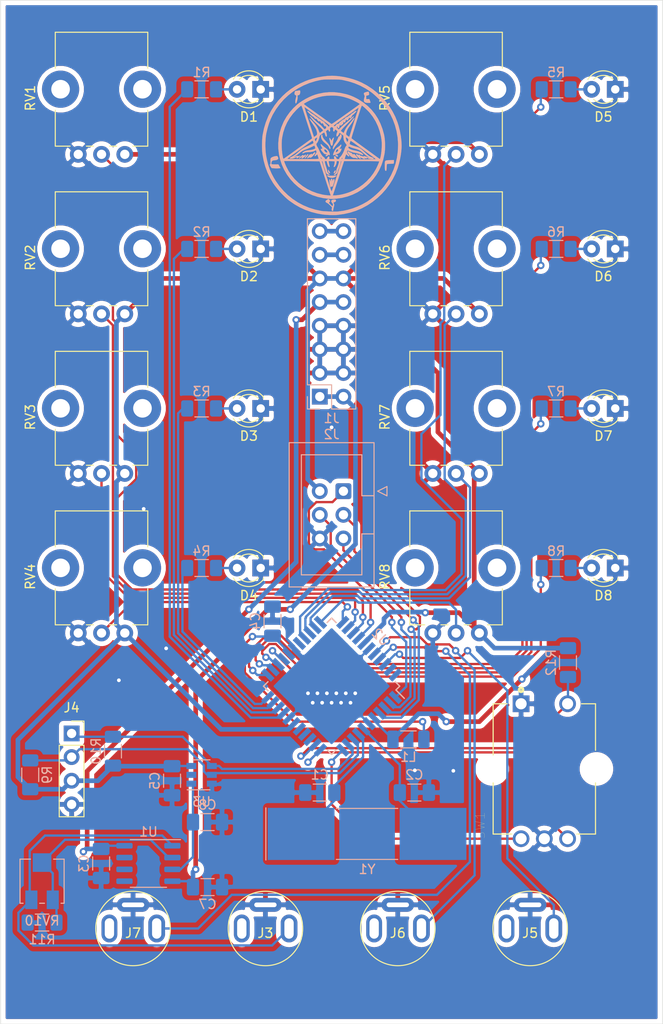
<source format=kicad_pcb>
(kicad_pcb (version 20171130) (host pcbnew 5.1.9)
  (layers (0 F.Cu signal) (31 B.Cu signal) (34 B.Paste user) (35 F.Paste user) (36 B.SilkS user) (37 F.SilkS user) (38 B.Mask user) (39 F.Mask user) (44 Edge.Cuts user))
  (net 0 "")
  (net 1 "Net-(C1-Pad1)")
  (net 2 GND)
  (net 3 "Net-(C2-Pad1)")
  (net 4 +12V)
  (net 5 "Net-(C4-Pad2)")
  (net 6 +5V)
  (net 7 -12V)
  (net 8 CV)
  (net 9 Gate)
  (net 10 MISO)
  (net 11 SCK)
  (net 12 MOSI)
  (net 13 Rst)
  (net 14 "Net-(J3-PadT)")
  (net 15 SDA)
  (net 16 SCL)
  (net 17 "Net-(J5-PadT)")
  (net 18 Pot0)
  (net 19 Pot4)
  (net 20 Pot1)
  (net 21 Pot5)
  (net 22 Pot2)
  (net 23 Pot6)
  (net 24 Pot3)
  (net 25 Pot7)
  (net 26 "Net-(SW1-PadA)")
  (net 27 "Net-(SW1-PadB)")
  (net 28 "Net-(D1-Pad2)")
  (net 29 "Net-(D2-Pad2)")
  (net 30 "Net-(D3-Pad2)")
  (net 31 "Net-(D4-Pad2)")
  (net 32 "Net-(D5-Pad2)")
  (net 33 "Net-(D6-Pad2)")
  (net 34 "Net-(D7-Pad2)")
  (net 35 "Net-(D8-Pad2)")
  (net 36 LED0)
  (net 37 LED1)
  (net 38 LED2)
  (net 39 LED3)
  (net 40 LED4)
  (net 41 LED5)
  (net 42 LED6)
  (net 43 LED7)
  (net 44 "Net-(J6-PadT)")
  (net 45 "Net-(J7-PadT)")
  (net 46 "Net-(C8-Pad2)")
  (net 47 "Net-(R11-Pad2)")
  (net 48 "Net-(R12-Pad2)")
  (module Package_TO_SOT_SMD:SOT-23-6 (layer B.Cu) (at 36.195 98.425)
    (fp_text reference U3 (at 0 2.9) (layer B.SilkS) (effects (justify mirror)))
    (fp_text value MCP4725xxx-xCH)
    (pad 5 smd rect (at 1.1 0) (size 1.06 0.65) (layers B.Cu B.Paste B.Mask) (net 16 SCL))
    (pad 6 smd rect (at 1.1 0.95) (size 1.06 0.65) (layers B.Cu B.Paste B.Mask) (net 2 GND))
    (pad 4 smd rect (at 1.1 -0.95) (size 1.06 0.65) (layers B.Cu B.Paste B.Mask) (net 15 SDA))
    (pad 3 smd rect (at -1.1 -0.95) (size 1.06 0.65) (layers B.Cu B.Paste B.Mask) (net 6 +5V))
    (pad 2 smd rect (at -1.1 0) (size 1.06 0.65) (layers B.Cu B.Paste B.Mask) (net 2 GND))
    (pad 1 smd rect (at -1.1 0.95) (size 1.06 0.65) (layers B.Cu B.Paste B.Mask) (net 46 "Net-(C8-Pad2)"))
  )
  (module Package_SO:SO-8_3.9x4.9mm_P1.27mm (layer B.Cu) (at 30.48 107.95 180)
    (fp_text reference U1 (at 0 3.4) (layer B.SilkS) (effects (justify mirror)))
    (fp_text value TL072)
    (pad 8 smd roundrect (at 2.575 1.905 180) (size 1.75 0.6) (layers B.Cu B.Paste B.Mask) (net 4 +12V))
    (pad 7 smd roundrect (at 2.575 0.635 180) (size 1.75 0.6) (layers B.Cu B.Paste B.Mask))
    (pad 6 smd roundrect (at 2.575 -0.635 180) (size 1.75 0.6) (layers B.Cu B.Paste B.Mask))
    (pad 5 smd roundrect (at 2.575 -1.905 180) (size 1.75 0.6) (layers B.Cu B.Paste B.Mask))
    (pad 4 smd roundrect (at -2.575 -1.905 180) (size 1.75 0.6) (layers B.Cu B.Paste B.Mask) (net 7 -12V))
    (pad 3 smd roundrect (at -2.575 -0.635 180) (size 1.75 0.6) (layers B.Cu B.Paste B.Mask) (net 46 "Net-(C8-Pad2)"))
    (pad 2 smd roundrect (at -2.575 0.635 180) (size 1.75 0.6) (layers B.Cu B.Paste B.Mask) (net 47 "Net-(R11-Pad2)"))
    (pad 1 smd roundrect (at -2.575 1.905 180) (size 1.75 0.6) (layers B.Cu B.Paste B.Mask) (net 14 "Net-(J3-PadT)"))
  )
  (module Potentiometer_SMD:Potentiometer_Bourns_3314J_Vertical (layer B.Cu) (at 19.05 109.855)
    (fp_text reference RV10 (at 0 4.25) (layer B.SilkS) (effects (justify mirror)))
    (fp_text value 100k)
    (pad 3 smd rect (at -1.15 2) (size 1.3 2) (layers B.Cu B.Paste B.Mask) (net 14 "Net-(J3-PadT)"))
    (pad 2 smd rect (at 0 -2) (size 2 2) (layers B.Cu B.Paste B.Mask) (net 47 "Net-(R11-Pad2)"))
    (pad 1 smd rect (at 1.15 2) (size 1.3 2) (layers B.Cu B.Paste B.Mask) (net 47 "Net-(R11-Pad2)"))
  )
  (module Potentiometer_THT:Potentiometer_Bourns_PTV09A-1_Single_Vertical (layer F.Cu) (at 66.04 83.185 90)
    (fp_text reference RV8 (at 6.05 -10.15 90) (layer F.SilkS))
    (fp_text value R_POT)
    (pad "" np_thru_hole circle (at 7 1.9 90) (size 4 4) (drill 2) (layers *.Cu *.Mask))
    (pad "" np_thru_hole circle (at 7 -6.9 90) (size 4 4) (drill 2) (layers *.Cu *.Mask))
    (pad 1 thru_hole circle (at 0 0 90) (size 1.8 1.8) (drill 1) (layers *.Cu *.Mask) (net 6 +5V))
    (pad 2 thru_hole circle (at 0 -2.5 90) (size 1.8 1.8) (drill 1) (layers *.Cu *.Mask) (net 25 Pot7))
    (pad 3 thru_hole circle (at 0 -5 90) (size 1.8 1.8) (drill 1) (layers *.Cu *.Mask) (net 2 GND))
  )
  (module Potentiometer_THT:Potentiometer_Bourns_PTV09A-1_Single_Vertical (layer F.Cu) (at 66.04 66.04 90)
    (fp_text reference RV7 (at 6.05 -10.15 90) (layer F.SilkS))
    (fp_text value R_POT)
    (pad "" np_thru_hole circle (at 7 1.9 90) (size 4 4) (drill 2) (layers *.Cu *.Mask))
    (pad "" np_thru_hole circle (at 7 -6.9 90) (size 4 4) (drill 2) (layers *.Cu *.Mask))
    (pad 1 thru_hole circle (at 0 0 90) (size 1.8 1.8) (drill 1) (layers *.Cu *.Mask) (net 6 +5V))
    (pad 2 thru_hole circle (at 0 -2.5 90) (size 1.8 1.8) (drill 1) (layers *.Cu *.Mask) (net 23 Pot6))
    (pad 3 thru_hole circle (at 0 -5 90) (size 1.8 1.8) (drill 1) (layers *.Cu *.Mask) (net 2 GND))
  )
  (module Potentiometer_THT:Potentiometer_Bourns_PTV09A-1_Single_Vertical (layer F.Cu) (at 66.04 48.895 90)
    (fp_text reference RV6 (at 6.05 -10.15 90) (layer F.SilkS))
    (fp_text value R_POT)
    (pad "" np_thru_hole circle (at 7 1.9 90) (size 4 4) (drill 2) (layers *.Cu *.Mask))
    (pad "" np_thru_hole circle (at 7 -6.9 90) (size 4 4) (drill 2) (layers *.Cu *.Mask))
    (pad 1 thru_hole circle (at 0 0 90) (size 1.8 1.8) (drill 1) (layers *.Cu *.Mask) (net 6 +5V))
    (pad 2 thru_hole circle (at 0 -2.5 90) (size 1.8 1.8) (drill 1) (layers *.Cu *.Mask) (net 21 Pot5))
    (pad 3 thru_hole circle (at 0 -5 90) (size 1.8 1.8) (drill 1) (layers *.Cu *.Mask) (net 2 GND))
  )
  (module Potentiometer_THT:Potentiometer_Bourns_PTV09A-1_Single_Vertical (layer F.Cu) (at 66.04 31.75 90)
    (fp_text reference RV5 (at 6.05 -10.15 90) (layer F.SilkS))
    (fp_text value R_POT)
    (pad "" np_thru_hole circle (at 7 1.9 90) (size 4 4) (drill 2) (layers *.Cu *.Mask))
    (pad "" np_thru_hole circle (at 7 -6.9 90) (size 4 4) (drill 2) (layers *.Cu *.Mask))
    (pad 1 thru_hole circle (at 0 0 90) (size 1.8 1.8) (drill 1) (layers *.Cu *.Mask) (net 6 +5V))
    (pad 2 thru_hole circle (at 0 -2.5 90) (size 1.8 1.8) (drill 1) (layers *.Cu *.Mask) (net 19 Pot4))
    (pad 3 thru_hole circle (at 0 -5 90) (size 1.8 1.8) (drill 1) (layers *.Cu *.Mask) (net 2 GND))
  )
  (module Potentiometer_THT:Potentiometer_Bourns_PTV09A-1_Single_Vertical (layer F.Cu) (at 27.94 83.185 90)
    (fp_text reference RV4 (at 6.05 -10.15 90) (layer F.SilkS))
    (fp_text value R_POT)
    (pad "" np_thru_hole circle (at 7 1.9 90) (size 4 4) (drill 2) (layers *.Cu *.Mask))
    (pad "" np_thru_hole circle (at 7 -6.9 90) (size 4 4) (drill 2) (layers *.Cu *.Mask))
    (pad 1 thru_hole circle (at 0 0 90) (size 1.8 1.8) (drill 1) (layers *.Cu *.Mask) (net 6 +5V))
    (pad 2 thru_hole circle (at 0 -2.5 90) (size 1.8 1.8) (drill 1) (layers *.Cu *.Mask) (net 24 Pot3))
    (pad 3 thru_hole circle (at 0 -5 90) (size 1.8 1.8) (drill 1) (layers *.Cu *.Mask) (net 2 GND))
  )
  (module Potentiometer_THT:Potentiometer_Bourns_PTV09A-1_Single_Vertical (layer F.Cu) (at 27.94 66.04 90)
    (fp_text reference RV3 (at 6.05 -10.15 90) (layer F.SilkS))
    (fp_text value R_POT)
    (pad "" np_thru_hole circle (at 7 1.9 90) (size 4 4) (drill 2) (layers *.Cu *.Mask))
    (pad "" np_thru_hole circle (at 7 -6.9 90) (size 4 4) (drill 2) (layers *.Cu *.Mask))
    (pad 1 thru_hole circle (at 0 0 90) (size 1.8 1.8) (drill 1) (layers *.Cu *.Mask) (net 6 +5V))
    (pad 2 thru_hole circle (at 0 -2.5 90) (size 1.8 1.8) (drill 1) (layers *.Cu *.Mask) (net 22 Pot2))
    (pad 3 thru_hole circle (at 0 -5 90) (size 1.8 1.8) (drill 1) (layers *.Cu *.Mask) (net 2 GND))
  )
  (module Potentiometer_THT:Potentiometer_Bourns_PTV09A-1_Single_Vertical (layer F.Cu) (at 27.94 48.895 90)
    (fp_text reference RV2 (at 6.05 -10.15 90) (layer F.SilkS))
    (fp_text value R_POT)
    (pad "" np_thru_hole circle (at 7 1.9 90) (size 4 4) (drill 2) (layers *.Cu *.Mask))
    (pad "" np_thru_hole circle (at 7 -6.9 90) (size 4 4) (drill 2) (layers *.Cu *.Mask))
    (pad 1 thru_hole circle (at 0 0 90) (size 1.8 1.8) (drill 1) (layers *.Cu *.Mask) (net 6 +5V))
    (pad 2 thru_hole circle (at 0 -2.5 90) (size 1.8 1.8) (drill 1) (layers *.Cu *.Mask) (net 20 Pot1))
    (pad 3 thru_hole circle (at 0 -5 90) (size 1.8 1.8) (drill 1) (layers *.Cu *.Mask) (net 2 GND))
  )
  (module Potentiometer_THT:Potentiometer_Bourns_PTV09A-1_Single_Vertical (layer F.Cu) (at 27.94 31.75 90)
    (fp_text reference RV1 (at 6.05 -10.15 90) (layer F.SilkS))
    (fp_text value R_POT)
    (pad "" np_thru_hole circle (at 7 1.9 90) (size 4 4) (drill 2) (layers *.Cu *.Mask))
    (pad "" np_thru_hole circle (at 7 -6.9 90) (size 4 4) (drill 2) (layers *.Cu *.Mask))
    (pad 1 thru_hole circle (at 0 0 90) (size 1.8 1.8) (drill 1) (layers *.Cu *.Mask) (net 6 +5V))
    (pad 2 thru_hole circle (at 0 -2.5 90) (size 1.8 1.8) (drill 1) (layers *.Cu *.Mask) (net 18 Pot0))
    (pad 3 thru_hole circle (at 0 -5 90) (size 1.8 1.8) (drill 1) (layers *.Cu *.Mask) (net 2 GND))
  )
  (module Resistor_SMD:R_1206_3216Metric_Pad1.30x1.75mm_HandSolder (layer B.Cu) (at 74.295 24.765 180)
    (fp_text reference R5 (at 0 1.82) (layer B.SilkS) (effects (justify mirror)))
    (fp_text value 200)
    (pad 2 smd roundrect (at 1.55 0 180) (size 1.3 1.75) (layers B.Cu B.Paste B.Mask) (roundrect_rratio 0.1923076923076923) (net 40 LED4))
    (pad 1 smd roundrect (at -1.55 0 180) (size 1.3 1.75) (layers B.Cu B.Paste B.Mask) (roundrect_rratio 0.1923076923076923) (net 32 "Net-(D5-Pad2)"))
  )
  (module Resistor_SMD:R_1206_3216Metric_Pad1.30x1.75mm_HandSolder (layer B.Cu) (at 36.195 76.2 180)
    (fp_text reference R4 (at 0 1.82) (layer B.SilkS) (effects (justify mirror)))
    (fp_text value 200)
    (pad 2 smd roundrect (at 1.55 0 180) (size 1.3 1.75) (layers B.Cu B.Paste B.Mask) (roundrect_rratio 0.1923076923076923) (net 39 LED3))
    (pad 1 smd roundrect (at -1.55 0 180) (size 1.3 1.75) (layers B.Cu B.Paste B.Mask) (roundrect_rratio 0.1923076923076923) (net 31 "Net-(D4-Pad2)"))
  )
  (module Resistor_SMD:R_1206_3216Metric_Pad1.30x1.75mm_HandSolder (layer B.Cu) (at 36.195 59.055 180)
    (fp_text reference R3 (at 0 1.82) (layer B.SilkS) (effects (justify mirror)))
    (fp_text value 200)
    (pad 2 smd roundrect (at 1.55 0 180) (size 1.3 1.75) (layers B.Cu B.Paste B.Mask) (roundrect_rratio 0.1923076923076923) (net 38 LED2))
    (pad 1 smd roundrect (at -1.55 0 180) (size 1.3 1.75) (layers B.Cu B.Paste B.Mask) (roundrect_rratio 0.1923076923076923) (net 30 "Net-(D3-Pad2)"))
  )
  (module Resistor_SMD:R_1206_3216Metric_Pad1.30x1.75mm_HandSolder (layer B.Cu) (at 36.195 41.91 180)
    (fp_text reference R2 (at 0 1.82) (layer B.SilkS) (effects (justify mirror)))
    (fp_text value 200)
    (pad 2 smd roundrect (at 1.55 0 180) (size 1.3 1.75) (layers B.Cu B.Paste B.Mask) (roundrect_rratio 0.1923076923076923) (net 37 LED1))
    (pad 1 smd roundrect (at -1.55 0 180) (size 1.3 1.75) (layers B.Cu B.Paste B.Mask) (roundrect_rratio 0.1923076923076923) (net 29 "Net-(D2-Pad2)"))
  )
  (module Resistor_SMD:R_1206_3216Metric_Pad1.30x1.75mm_HandSolder (layer B.Cu) (at 36.195 24.765 180)
    (fp_text reference R1 (at 0 1.82) (layer B.SilkS) (effects (justify mirror)))
    (fp_text value 200)
    (pad 2 smd roundrect (at 1.55 0 180) (size 1.3 1.75) (layers B.Cu B.Paste B.Mask) (roundrect_rratio 0.1923076923076923) (net 36 LED0))
    (pad 1 smd roundrect (at -1.55 0 180) (size 1.3 1.75) (layers B.Cu B.Paste B.Mask) (roundrect_rratio 0.1923076923076923) (net 28 "Net-(D1-Pad2)"))
  )
  (module Inductor_SMD:L_1206_3216Metric_Pad1.22x1.90mm_HandSolder (layer B.Cu) (at 58.42 94.615)
    (fp_text reference L1 (at 0 1.9) (layer B.SilkS) (effects (justify mirror)))
    (fp_text value 10u)
    (pad 2 smd roundrect (at 1.6625 0) (size 1.225 1.9) (layers B.Cu B.Paste B.Mask) (roundrect_rratio 0.2040816326530612) (net 5 "Net-(C4-Pad2)"))
    (pad 1 smd roundrect (at -1.6625 0) (size 1.225 1.9) (layers B.Cu B.Paste B.Mask) (roundrect_rratio 0.2040816326530612) (net 6 +5V))
  )
  (module Connector_PinSocket_2.54mm:PinSocket_1x04_P2.54mm_Vertical (layer F.Cu) (at 22.225 93.98)
    (fp_text reference J4 (at 0 -2.77) (layer F.SilkS))
    (fp_text value Conn_01x04)
    (pad 4 thru_hole oval (at 0 7.62) (size 1.7 1.7) (drill 1) (layers *.Cu *.Mask) (net 2 GND))
    (pad 3 thru_hole oval (at 0 5.08) (size 1.7 1.7) (drill 1) (layers *.Cu *.Mask) (net 6 +5V))
    (pad 2 thru_hole oval (at 0 2.54) (size 1.7 1.7) (drill 1) (layers *.Cu *.Mask) (net 16 SCL))
    (pad 1 thru_hole rect (at 0 0) (size 1.7 1.7) (drill 1) (layers *.Cu *.Mask) (net 15 SDA))
  )
  (module Connector_PinHeader_2.54mm:PinHeader_2x08_P2.54mm_Vertical (layer B.Cu) (at 48.895 57.785)
    (fp_text reference J1 (at 1.27 2.33 180) (layer B.SilkS) (effects (justify mirror)))
    (fp_text value Conn_02x08_Odd_Even)
    (pad 16 thru_hole oval (at 2.54 -17.78) (size 1.7 1.7) (drill 1) (layers *.Cu *.Mask) (net 8 CV))
    (pad 15 thru_hole oval (at 0 -17.78) (size 1.7 1.7) (drill 1) (layers *.Cu *.Mask) (net 8 CV))
    (pad 14 thru_hole oval (at 2.54 -15.24) (size 1.7 1.7) (drill 1) (layers *.Cu *.Mask) (net 9 Gate))
    (pad 13 thru_hole oval (at 0 -15.24) (size 1.7 1.7) (drill 1) (layers *.Cu *.Mask) (net 9 Gate))
    (pad 12 thru_hole oval (at 2.54 -12.7) (size 1.7 1.7) (drill 1) (layers *.Cu *.Mask) (net 6 +5V))
    (pad 11 thru_hole oval (at 0 -12.7) (size 1.7 1.7) (drill 1) (layers *.Cu *.Mask) (net 6 +5V))
    (pad 10 thru_hole oval (at 2.54 -10.16) (size 1.7 1.7) (drill 1) (layers *.Cu *.Mask) (net 4 +12V))
    (pad 9 thru_hole oval (at 0 -10.16) (size 1.7 1.7) (drill 1) (layers *.Cu *.Mask) (net 4 +12V))
    (pad 8 thru_hole oval (at 2.54 -7.62) (size 1.7 1.7) (drill 1) (layers *.Cu *.Mask) (net 2 GND))
    (pad 7 thru_hole oval (at 0 -7.62) (size 1.7 1.7) (drill 1) (layers *.Cu *.Mask) (net 2 GND))
    (pad 6 thru_hole oval (at 2.54 -5.08) (size 1.7 1.7) (drill 1) (layers *.Cu *.Mask) (net 2 GND))
    (pad 5 thru_hole oval (at 0 -5.08) (size 1.7 1.7) (drill 1) (layers *.Cu *.Mask) (net 2 GND))
    (pad 4 thru_hole oval (at 2.54 -2.54) (size 1.7 1.7) (drill 1) (layers *.Cu *.Mask) (net 2 GND))
    (pad 3 thru_hole oval (at 0 -2.54) (size 1.7 1.7) (drill 1) (layers *.Cu *.Mask) (net 2 GND))
    (pad 2 thru_hole oval (at 2.54 0) (size 1.7 1.7) (drill 1) (layers *.Cu *.Mask) (net 7 -12V))
    (pad 1 thru_hole rect (at 0 0) (size 1.7 1.7) (drill 1) (layers *.Cu *.Mask) (net 7 -12V))
  )
  (module Capacitor_SMD:C_1206_3216Metric_Pad1.33x1.80mm_HandSolder (layer B.Cu) (at 36.83 110.49)
    (fp_text reference C7 (at 0 1.85) (layer B.SilkS) (effects (justify mirror)))
    (fp_text value 100n)
    (pad 2 smd roundrect (at 1.5625 0) (size 1.325 1.8) (layers B.Cu B.Paste B.Mask) (roundrect_rratio 0.1886784905660377) (net 2 GND))
    (pad 1 smd roundrect (at -1.5625 0) (size 1.325 1.8) (layers B.Cu B.Paste B.Mask) (roundrect_rratio 0.1886784905660377) (net 7 -12V))
  )
  (module Capacitor_SMD:C_1206_3216Metric_Pad1.33x1.80mm_HandSolder (layer B.Cu) (at 33.02 99.06 270)
    (fp_text reference C5 (at 0 1.85 90) (layer B.SilkS) (effects (justify mirror)))
    (fp_text value 100n)
    (pad 2 smd roundrect (at 1.5625 0 270) (size 1.325 1.8) (layers B.Cu B.Paste B.Mask) (roundrect_rratio 0.1886784905660377) (net 2 GND))
    (pad 1 smd roundrect (at -1.5625 0 270) (size 1.325 1.8) (layers B.Cu B.Paste B.Mask) (roundrect_rratio 0.1886784905660377) (net 6 +5V))
  )
  (module Capacitor_SMD:C_1206_3216Metric_Pad1.33x1.80mm_HandSolder (layer B.Cu) (at 43.815 81.915 270)
    (fp_text reference C4 (at 0 1.85 90) (layer B.SilkS) (effects (justify mirror)))
    (fp_text value 100n)
    (pad 2 smd roundrect (at 1.5625 0 270) (size 1.325 1.8) (layers B.Cu B.Paste B.Mask) (roundrect_rratio 0.1886784905660377) (net 5 "Net-(C4-Pad2)"))
    (pad 1 smd roundrect (at -1.5625 0 270) (size 1.325 1.8) (layers B.Cu B.Paste B.Mask) (roundrect_rratio 0.1886784905660377) (net 2 GND))
  )
  (module Capacitor_SMD:C_1206_3216Metric_Pad1.33x1.80mm_HandSolder (layer B.Cu) (at 25.4 107.95 270)
    (fp_text reference C3 (at 0 1.85 90) (layer B.SilkS) (effects (justify mirror)))
    (fp_text value 100n)
    (pad 2 smd roundrect (at 1.5625 0 270) (size 1.325 1.8) (layers B.Cu B.Paste B.Mask) (roundrect_rratio 0.1886784905660377) (net 2 GND))
    (pad 1 smd roundrect (at -1.5625 0 270) (size 1.325 1.8) (layers B.Cu B.Paste B.Mask) (roundrect_rratio 0.1886784905660377) (net 4 +12V))
  )
  (module Capacitor_SMD:C_1206_3216Metric_Pad1.33x1.80mm_HandSolder (layer B.Cu) (at 59.055 100.33)
    (fp_text reference C2 (at 0 -1.905) (layer B.SilkS) (effects (justify mirror)))
    (fp_text value 20p)
    (pad 2 smd roundrect (at 1.5625 0) (size 1.325 1.8) (layers B.Cu B.Paste B.Mask) (roundrect_rratio 0.1886784905660377) (net 2 GND))
    (pad 1 smd roundrect (at -1.5625 0) (size 1.325 1.8) (layers B.Cu B.Paste B.Mask) (roundrect_rratio 0.1886784905660377) (net 3 "Net-(C2-Pad1)"))
  )
  (module Capacitor_SMD:C_1206_3216Metric_Pad1.33x1.80mm_HandSolder (layer B.Cu) (at 48.895 100.33 180)
    (fp_text reference C1 (at 0 1.905) (layer B.SilkS) (effects (justify mirror)))
    (fp_text value 20p)
    (pad 2 smd roundrect (at 1.5625 0 180) (size 1.325 1.8) (layers B.Cu B.Paste B.Mask) (roundrect_rratio 0.1886784905660377) (net 2 GND))
    (pad 1 smd roundrect (at -1.5625 0 180) (size 1.325 1.8) (layers B.Cu B.Paste B.Mask) (roundrect_rratio 0.1886784905660377) (net 1 "Net-(C1-Pad1)"))
  )
  (module LED_THT:LED_D3.0mm (layer F.Cu) (at 42.545 24.765 180)
    (fp_text reference D1 (at 1.27 -2.96) (layer F.SilkS))
    (fp_text value LED)
    (pad 2 thru_hole circle (at 2.54 0 180) (size 1.8 1.8) (drill 0.9) (layers *.Cu *.Mask) (net 28 "Net-(D1-Pad2)"))
    (pad 1 thru_hole rect (at 0 0 180) (size 1.8 1.8) (drill 0.9) (layers *.Cu *.Mask) (net 2 GND))
  )
  (module LED_THT:LED_D3.0mm (layer F.Cu) (at 42.545 41.91 180)
    (fp_text reference D2 (at 1.27 -2.96) (layer F.SilkS))
    (fp_text value LED)
    (pad 2 thru_hole circle (at 2.54 0 180) (size 1.8 1.8) (drill 0.9) (layers *.Cu *.Mask) (net 29 "Net-(D2-Pad2)"))
    (pad 1 thru_hole rect (at 0 0 180) (size 1.8 1.8) (drill 0.9) (layers *.Cu *.Mask) (net 2 GND))
  )
  (module LED_THT:LED_D3.0mm (layer F.Cu) (at 42.545 59.055 180)
    (fp_text reference D3 (at 1.27 -2.96) (layer F.SilkS))
    (fp_text value LED)
    (pad 2 thru_hole circle (at 2.54 0 180) (size 1.8 1.8) (drill 0.9) (layers *.Cu *.Mask) (net 30 "Net-(D3-Pad2)"))
    (pad 1 thru_hole rect (at 0 0 180) (size 1.8 1.8) (drill 0.9) (layers *.Cu *.Mask) (net 2 GND))
  )
  (module LED_THT:LED_D3.0mm (layer F.Cu) (at 42.545 76.2 180)
    (fp_text reference D4 (at 1.27 -2.96) (layer F.SilkS))
    (fp_text value LED)
    (pad 2 thru_hole circle (at 2.54 0 180) (size 1.8 1.8) (drill 0.9) (layers *.Cu *.Mask) (net 31 "Net-(D4-Pad2)"))
    (pad 1 thru_hole rect (at 0 0 180) (size 1.8 1.8) (drill 0.9) (layers *.Cu *.Mask) (net 2 GND))
  )
  (module LED_THT:LED_D3.0mm (layer F.Cu) (at 80.645 24.765 180)
    (fp_text reference D5 (at 1.27 -2.96) (layer F.SilkS))
    (fp_text value LED)
    (pad 2 thru_hole circle (at 2.54 0 180) (size 1.8 1.8) (drill 0.9) (layers *.Cu *.Mask) (net 32 "Net-(D5-Pad2)"))
    (pad 1 thru_hole rect (at 0 0 180) (size 1.8 1.8) (drill 0.9) (layers *.Cu *.Mask) (net 2 GND))
  )
  (module LED_THT:LED_D3.0mm (layer F.Cu) (at 80.645 41.91 180)
    (fp_text reference D6 (at 1.27 -2.96) (layer F.SilkS))
    (fp_text value LED)
    (pad 2 thru_hole circle (at 2.54 0 180) (size 1.8 1.8) (drill 0.9) (layers *.Cu *.Mask) (net 33 "Net-(D6-Pad2)"))
    (pad 1 thru_hole rect (at 0 0 180) (size 1.8 1.8) (drill 0.9) (layers *.Cu *.Mask) (net 2 GND))
  )
  (module LED_THT:LED_D3.0mm (layer F.Cu) (at 80.645 59.055 180)
    (fp_text reference D7 (at 1.27 -2.96) (layer F.SilkS))
    (fp_text value LED)
    (pad 2 thru_hole circle (at 2.54 0 180) (size 1.8 1.8) (drill 0.9) (layers *.Cu *.Mask) (net 34 "Net-(D7-Pad2)"))
    (pad 1 thru_hole rect (at 0 0 180) (size 1.8 1.8) (drill 0.9) (layers *.Cu *.Mask) (net 2 GND))
  )
  (module LED_THT:LED_D3.0mm (layer F.Cu) (at 80.645 76.2 180)
    (fp_text reference D8 (at 1.27 -2.96) (layer F.SilkS))
    (fp_text value LED)
    (pad 2 thru_hole circle (at 2.54 0 180) (size 1.8 1.8) (drill 0.9) (layers *.Cu *.Mask) (net 35 "Net-(D8-Pad2)"))
    (pad 1 thru_hole rect (at 0 0 180) (size 1.8 1.8) (drill 0.9) (layers *.Cu *.Mask) (net 2 GND))
  )
  (module Resistor_SMD:R_1206_3216Metric_Pad1.30x1.75mm_HandSolder (layer B.Cu) (at 74.295 41.91 180)
    (fp_text reference R6 (at 0 1.82) (layer B.SilkS) (effects (justify mirror)))
    (fp_text value 200)
    (pad 2 smd roundrect (at 1.55 0 180) (size 1.3 1.75) (layers B.Cu B.Paste B.Mask) (roundrect_rratio 0.1923076923076923) (net 41 LED5))
    (pad 1 smd roundrect (at -1.55 0 180) (size 1.3 1.75) (layers B.Cu B.Paste B.Mask) (roundrect_rratio 0.1923076923076923) (net 33 "Net-(D6-Pad2)"))
  )
  (module Resistor_SMD:R_1206_3216Metric_Pad1.30x1.75mm_HandSolder (layer B.Cu) (at 74.295 59.055 180)
    (fp_text reference R7 (at 0 1.82) (layer B.SilkS) (effects (justify mirror)))
    (fp_text value 200)
    (pad 2 smd roundrect (at 1.55 0 180) (size 1.3 1.75) (layers B.Cu B.Paste B.Mask) (roundrect_rratio 0.1923076923076923) (net 42 LED6))
    (pad 1 smd roundrect (at -1.55 0 180) (size 1.3 1.75) (layers B.Cu B.Paste B.Mask) (roundrect_rratio 0.1923076923076923) (net 34 "Net-(D7-Pad2)"))
  )
  (module Resistor_SMD:R_1206_3216Metric_Pad1.30x1.75mm_HandSolder (layer B.Cu) (at 74.295 76.2 180)
    (fp_text reference R8 (at 0 1.82) (layer B.SilkS) (effects (justify mirror)))
    (fp_text value 200)
    (pad 2 smd roundrect (at 1.55 0 180) (size 1.3 1.75) (layers B.Cu B.Paste B.Mask) (roundrect_rratio 0.1923076923076923) (net 43 LED7))
    (pad 1 smd roundrect (at -1.55 0 180) (size 1.3 1.75) (layers B.Cu B.Paste B.Mask) (roundrect_rratio 0.1923076923076923) (net 35 "Net-(D8-Pad2)"))
  )
  (module Resistor_SMD:R_1206_3216Metric_Pad1.30x1.75mm_HandSolder (layer B.Cu) (at 17.78 98.425 90)
    (fp_text reference R9 (at 0 1.82 90) (layer B.SilkS) (effects (justify mirror)))
    (fp_text value 10k)
    (pad 2 smd roundrect (at 1.55 0 90) (size 1.3 1.75) (layers B.Cu B.Paste B.Mask) (roundrect_rratio 0.1923076923076923) (net 16 SCL))
    (pad 1 smd roundrect (at -1.55 0 90) (size 1.3 1.75) (layers B.Cu B.Paste B.Mask) (roundrect_rratio 0.1923076923076923) (net 6 +5V))
  )
  (module Resistor_SMD:R_1206_3216Metric_Pad1.30x1.75mm_HandSolder (layer B.Cu) (at 26.67 95.885 270)
    (fp_text reference R10 (at 0 1.82 90) (layer B.SilkS) (effects (justify mirror)))
    (fp_text value 10k)
    (pad 2 smd roundrect (at 1.55 0 270) (size 1.3 1.75) (layers B.Cu B.Paste B.Mask) (roundrect_rratio 0.1923076923076923) (net 6 +5V))
    (pad 1 smd roundrect (at -1.55 0 270) (size 1.3 1.75) (layers B.Cu B.Paste B.Mask) (roundrect_rratio 0.1923076923076923) (net 15 SDA))
  )
  (module Resistor_SMD:R_1206_3216Metric_Pad1.30x1.75mm_HandSolder (layer B.Cu) (at 19.05 114.3)
    (fp_text reference R11 (at 0 1.82) (layer B.SilkS) (effects (justify mirror)))
    (fp_text value 75k)
    (pad 2 smd roundrect (at 1.55 0) (size 1.3 1.75) (layers B.Cu B.Paste B.Mask) (roundrect_rratio 0.1923076923076923) (net 47 "Net-(R11-Pad2)"))
    (pad 1 smd roundrect (at -1.55 0) (size 1.3 1.75) (layers B.Cu B.Paste B.Mask) (roundrect_rratio 0.1923076923076923) (net 2 GND))
  )
  (module Resistor_SMD:R_1206_3216Metric_Pad1.30x1.75mm_HandSolder (layer B.Cu) (at 75.565 86.36 270)
    (fp_text reference R12 (at 0 1.82 90) (layer B.SilkS) (effects (justify mirror)))
    (fp_text value 10k)
    (pad 2 smd roundrect (at 1.55 0 270) (size 1.3 1.75) (layers B.Cu B.Paste B.Mask) (roundrect_rratio 0.1923076923076923) (net 48 "Net-(R12-Pad2)"))
    (pad 1 smd roundrect (at -1.55 0 270) (size 1.3 1.75) (layers B.Cu B.Paste B.Mask) (roundrect_rratio 0.1923076923076923) (net 6 +5V))
  )
  (module Connector_IDC:IDC-Header_2x03_P2.54mm_Vertical (layer B.Cu) (at 51.435 67.945 180)
    (fp_text reference J2 (at 1.27 6.1) (layer B.SilkS) (effects (justify mirror)))
    (fp_text value AVR-ISP-6)
    (pad 6 thru_hole circle (at 2.54 -5.08 180) (size 1.7 1.7) (drill 1) (layers *.Cu *.Mask) (net 2 GND))
    (pad 4 thru_hole circle (at 2.54 -2.54 180) (size 1.7 1.7) (drill 1) (layers *.Cu *.Mask) (net 12 MOSI))
    (pad 2 thru_hole circle (at 2.54 0 180) (size 1.7 1.7) (drill 1) (layers *.Cu *.Mask) (net 6 +5V))
    (pad 5 thru_hole circle (at 0 -5.08 180) (size 1.7 1.7) (drill 1) (layers *.Cu *.Mask) (net 13 Rst))
    (pad 3 thru_hole circle (at 0 -2.54 180) (size 1.7 1.7) (drill 1) (layers *.Cu *.Mask) (net 11 SCK))
    (pad 1 thru_hole roundrect (at 0 0 180) (size 1.7 1.7) (drill 1) (layers *.Cu *.Mask) (roundrect_rratio 0.1470588235294118) (net 10 MISO))
  )
  (module Jack_3:Jack_3.5mm_VERTICAL (layer F.Cu) (at 71.501 114.935)
    (fp_text reference J5 (at 0 0.5) (layer F.SilkS))
    (fp_text value ExtClkIn)
    (pad T thru_hole oval (at 2.54 0) (size 1.8 3) (drill oval 1 2.2) (layers *.Cu *.Mask) (net 17 "Net-(J5-PadT)"))
    (pad R thru_hole oval (at -2.54 0) (size 1.7 3) (drill oval 1 2.2) (layers *.Cu *.Mask))
    (pad S thru_hole oval (at 0 -2.54) (size 3.5 1.5) (drill oval 2.4 0.5) (layers *.Cu *.Mask) (net 2 GND))
  )
  (module Jack_3:Jack_3.5mm_VERTICAL (layer F.Cu) (at 28.829 114.935)
    (fp_text reference J7 (at 0 0.5) (layer F.SilkS))
    (fp_text value GateOut)
    (pad T thru_hole oval (at 2.54 0) (size 1.8 3) (drill oval 1 2.2) (layers *.Cu *.Mask) (net 45 "Net-(J7-PadT)"))
    (pad R thru_hole oval (at -2.54 0) (size 1.7 3) (drill oval 1 2.2) (layers *.Cu *.Mask))
    (pad S thru_hole oval (at 0 -2.54) (size 3.5 1.5) (drill oval 2.4 0.5) (layers *.Cu *.Mask) (net 2 GND))
  )
  (module Jack_3:Jack_3.5mm_VERTICAL (layer F.Cu) (at 57.277 114.935)
    (fp_text reference J6 (at 0 0.5) (layer F.SilkS))
    (fp_text value TrigOut)
    (pad T thru_hole oval (at 2.54 0) (size 1.8 3) (drill oval 1 2.2) (layers *.Cu *.Mask) (net 44 "Net-(J6-PadT)"))
    (pad R thru_hole oval (at -2.54 0) (size 1.7 3) (drill oval 1 2.2) (layers *.Cu *.Mask))
    (pad S thru_hole oval (at 0 -2.54) (size 3.5 1.5) (drill oval 2.4 0.5) (layers *.Cu *.Mask) (net 2 GND))
  )
  (module Jack_3:Jack_3.5mm_VERTICAL (layer F.Cu) (at 43.053 114.935)
    (fp_text reference J3 (at 0 0.5) (layer F.SilkS))
    (fp_text value CVOut)
    (pad T thru_hole oval (at 2.54 0) (size 1.8 3) (drill oval 1 2.2) (layers *.Cu *.Mask) (net 14 "Net-(J3-PadT)"))
    (pad R thru_hole oval (at -2.54 0) (size 1.7 3) (drill oval 1 2.2) (layers *.Cu *.Mask))
    (pad S thru_hole oval (at 0 -2.54) (size 3.5 1.5) (drill oval 2.4 0.5) (layers *.Cu *.Mask) (net 2 GND))
  )
  (module PEC12R-4025F-S0024:ENC_PEC12R-4025F-S0024 (layer F.Cu) (at 73.025 97.79 90)
    (fp_text reference SW1 (at -6.07929 -6.88987 90) (layer F.SilkS) (effects (font (size 1.000709 1.000709) (thickness 0.015))))
    (fp_text value Menu_Encoder)
    (pad B thru_hole circle (at -7.5 2.5 90) (size 1.8 1.8) (drill 1.2) (layers *.Cu *.Mask) (net 27 "Net-(SW1-PadB)"))
    (pad C thru_hole circle (at -7.5 0 90) (size 1.8 1.8) (drill 1.2) (layers *.Cu *.Mask) (net 2 GND))
    (pad A thru_hole circle (at -7.5 -2.5 90) (size 1.8 1.8) (drill 1.2) (layers *.Cu *.Mask) (net 26 "Net-(SW1-PadA)"))
    (pad S2 thru_hole circle (at 7 2.5 90) (size 1.8 1.8) (drill 1.2) (layers *.Cu *.Mask) (net 48 "Net-(R12-Pad2)"))
    (pad S1 thru_hole rect (at 7 -2.5 90) (size 1.8 1.8) (drill 1.2) (layers *.Cu *.Mask) (net 2 GND))
    (pad None np_thru_hole circle (at 0 5.6 90) (size 2.6 2.6) (drill 2.6) (layers *.Cu *.Mask))
    (pad None np_thru_hole circle (at 0 -5.6 90) (size 2.6 2.6) (drill 2.6) (layers *.Cu *.Mask))
  )
  (module Crystal:Crystal_SMD_SeikoEpson_MA505-2Pin_12.7x5.1mm_HandSoldering (layer B.Cu) (at 53.975 104.775)
    (fp_text reference Y1 (at 0 3.8) (layer B.SilkS) (effects (justify mirror)))
    (fp_text value 16M)
    (pad 2 smd rect (at 7.0875 0) (size 7.175 5.6) (layers B.Cu B.Paste B.Mask) (net 3 "Net-(C2-Pad1)"))
    (pad 1 smd rect (at -7.0875 0) (size 7.175 5.6) (layers B.Cu B.Paste B.Mask) (net 1 "Net-(C1-Pad1)"))
  )
  (module Capacitor_SMD:C_1206_3216Metric_Pad1.33x1.80mm_HandSolder (layer B.Cu) (at 36.83 103.505 180)
    (fp_text reference C8 (at 0 1.85) (layer B.SilkS) (effects (justify mirror)))
    (fp_text value 100n)
    (pad 2 smd roundrect (at 1.5625 0 180) (size 1.325 1.8) (layers B.Cu B.Paste B.Mask) (roundrect_rratio 0.1886784905660377) (net 46 "Net-(C8-Pad2)"))
    (pad 1 smd roundrect (at -1.5625 0 180) (size 1.325 1.8) (layers B.Cu B.Paste B.Mask) (roundrect_rratio 0.1886784905660377) (net 2 GND))
  )
  (module Package_QFP:TQFP-44_10x10mm_P0.8mm (layer B.Cu) (at 50.165 88.9 135)
    (fp_text reference U2 (at 0 7.450001 135) (layer B.SilkS) (effects (justify mirror)))
    (fp_text value ATmega16-16AU)
    (pad 44 smd rect (at -4 5.7 45) (size 1.5 0.55) (layers B.Cu B.Paste B.Mask))
    (pad 43 smd rect (at -3.2 5.7 45) (size 1.5 0.55) (layers B.Cu B.Paste B.Mask))
    (pad 42 smd rect (at -2.4 5.7 45) (size 1.5 0.55) (layers B.Cu B.Paste B.Mask) (net 17 "Net-(J5-PadT)"))
    (pad 41 smd rect (at -1.6 5.7 45) (size 1.5 0.55) (layers B.Cu B.Paste B.Mask) (net 45 "Net-(J7-PadT)"))
    (pad 40 smd rect (at -0.8 5.7 45) (size 1.5 0.55) (layers B.Cu B.Paste B.Mask) (net 44 "Net-(J6-PadT)"))
    (pad 39 smd rect (at 0 5.7 45) (size 1.5 0.55) (layers B.Cu B.Paste B.Mask) (net 2 GND))
    (pad 38 smd rect (at 0.8 5.7 45) (size 1.5 0.55) (layers B.Cu B.Paste B.Mask) (net 6 +5V))
    (pad 37 smd rect (at 1.6 5.7 45) (size 1.5 0.55) (layers B.Cu B.Paste B.Mask) (net 18 Pot0))
    (pad 36 smd rect (at 2.4 5.7 45) (size 1.5 0.55) (layers B.Cu B.Paste B.Mask) (net 20 Pot1))
    (pad 35 smd rect (at 3.2 5.7 45) (size 1.5 0.55) (layers B.Cu B.Paste B.Mask) (net 22 Pot2))
    (pad 34 smd rect (at 4 5.7 45) (size 1.5 0.55) (layers B.Cu B.Paste B.Mask) (net 24 Pot3))
    (pad 33 smd rect (at 5.7 4 135) (size 1.5 0.55) (layers B.Cu B.Paste B.Mask) (net 25 Pot7))
    (pad 32 smd rect (at 5.7 3.2 135) (size 1.5 0.55) (layers B.Cu B.Paste B.Mask) (net 23 Pot6))
    (pad 31 smd rect (at 5.7 2.4 135) (size 1.5 0.55) (layers B.Cu B.Paste B.Mask) (net 21 Pot5))
    (pad 30 smd rect (at 5.7 1.6 135) (size 1.5 0.55) (layers B.Cu B.Paste B.Mask) (net 19 Pot4))
    (pad 29 smd rect (at 5.7 0.8 135) (size 1.5 0.55) (layers B.Cu B.Paste B.Mask))
    (pad 28 smd rect (at 5.7 0 135) (size 1.5 0.55) (layers B.Cu B.Paste B.Mask) (net 2 GND))
    (pad 27 smd rect (at 5.7 -0.8 135) (size 1.5 0.55) (layers B.Cu B.Paste B.Mask) (net 5 "Net-(C4-Pad2)"))
    (pad 26 smd rect (at 5.7 -1.6 135) (size 1.5 0.55) (layers B.Cu B.Paste B.Mask) (net 43 LED7))
    (pad 25 smd rect (at 5.7 -2.4 135) (size 1.5 0.55) (layers B.Cu B.Paste B.Mask) (net 42 LED6))
    (pad 24 smd rect (at 5.7 -3.2 135) (size 1.5 0.55) (layers B.Cu B.Paste B.Mask) (net 41 LED5))
    (pad 23 smd rect (at 5.7 -4 135) (size 1.5 0.55) (layers B.Cu B.Paste B.Mask) (net 40 LED4))
    (pad 22 smd rect (at 4 -5.7 45) (size 1.5 0.55) (layers B.Cu B.Paste B.Mask) (net 39 LED3))
    (pad 21 smd rect (at 3.2 -5.7 45) (size 1.5 0.55) (layers B.Cu B.Paste B.Mask) (net 38 LED2))
    (pad 20 smd rect (at 2.4 -5.7 45) (size 1.5 0.55) (layers B.Cu B.Paste B.Mask) (net 37 LED1))
    (pad 19 smd rect (at 1.6 -5.7 45) (size 1.5 0.55) (layers B.Cu B.Paste B.Mask) (net 36 LED0))
    (pad 18 smd rect (at 0.8 -5.7 45) (size 1.5 0.55) (layers B.Cu B.Paste B.Mask) (net 2 GND))
    (pad 17 smd rect (at 0 -5.7 45) (size 1.5 0.55) (layers B.Cu B.Paste B.Mask) (net 6 +5V))
    (pad 16 smd rect (at -0.8 -5.7 45) (size 1.5 0.55) (layers B.Cu B.Paste B.Mask))
    (pad 15 smd rect (at -1.6 -5.7 45) (size 1.5 0.55) (layers B.Cu B.Paste B.Mask))
    (pad 14 smd rect (at -2.4 -5.7 45) (size 1.5 0.55) (layers B.Cu B.Paste B.Mask))
    (pad 13 smd rect (at -3.2 -5.7 45) (size 1.5 0.55) (layers B.Cu B.Paste B.Mask) (net 48 "Net-(R12-Pad2)"))
    (pad 12 smd rect (at -4 -5.7 45) (size 1.5 0.55) (layers B.Cu B.Paste B.Mask) (net 27 "Net-(SW1-PadB)"))
    (pad 11 smd rect (at -5.7 -4 135) (size 1.5 0.55) (layers B.Cu B.Paste B.Mask) (net 26 "Net-(SW1-PadA)"))
    (pad 10 smd rect (at -5.7 -3.2 135) (size 1.5 0.55) (layers B.Cu B.Paste B.Mask) (net 15 SDA))
    (pad 9 smd rect (at -5.7 -2.4 135) (size 1.5 0.55) (layers B.Cu B.Paste B.Mask) (net 16 SCL))
    (pad 8 smd rect (at -5.7 -1.6 135) (size 1.5 0.55) (layers B.Cu B.Paste B.Mask) (net 1 "Net-(C1-Pad1)"))
    (pad 7 smd rect (at -5.7 -0.8 135) (size 1.5 0.55) (layers B.Cu B.Paste B.Mask) (net 3 "Net-(C2-Pad1)"))
    (pad 6 smd rect (at -5.7 0 135) (size 1.5 0.55) (layers B.Cu B.Paste B.Mask) (net 2 GND))
    (pad 5 smd rect (at -5.7 0.8 135) (size 1.5 0.55) (layers B.Cu B.Paste B.Mask) (net 6 +5V))
    (pad 4 smd rect (at -5.7 1.6 135) (size 1.5 0.55) (layers B.Cu B.Paste B.Mask) (net 13 Rst))
    (pad 3 smd rect (at -5.7 2.4 135) (size 1.5 0.55) (layers B.Cu B.Paste B.Mask) (net 11 SCK))
    (pad 2 smd rect (at -5.7 3.2 135) (size 1.5 0.55) (layers B.Cu B.Paste B.Mask) (net 12 MOSI))
    (pad 1 smd rect (at -5.7 4 135) (size 1.5 0.55) (layers B.Cu B.Paste B.Mask) (net 10 MISO))
  )
  (module pentagram:pentagram (layer B.Cu) (at 50.165 30.734 180)
    (fp_text reference G*** hide)
    (fp_text value LOGO hide)
  )
  (gr_line (start 85.725 15.1892) (end 85.725 125.1966) (layer Edge.Cuts) (width 0.05))
  (gr_line (start 14.605 15.1892) (end 85.725 15.1892) (layer Edge.Cuts) (width 0.05))
  (gr_line (start 14.605 125.1966) (end 85.725 125.1966) (layer Edge.Cuts) (width 0.05))
  (gr_line (start 14.605 15.1892) (end 14.605 125.1966) (layer Edge.Cuts) (width 0.05))
  (segment (start 48.5525 103.11) (end 46.8875 104.775) (width 0.25) (layer B.Cu) (net 1))
  (segment (start 50.4575 101.205) (end 46.8875 104.775) (width 0.25) (layer B.Cu) (net 1))
  (segment (start 50.4575 100.33) (end 50.4575 101.205) (width 0.25) (layer B.Cu) (net 1))
  (segment (start 50.4575 99.61225) (end 50.4575 100.33) (width 0.25) (layer B.Cu) (net 1))
  (segment (start 53.548246 96.521504) (end 50.4575 99.61225) (width 0.25) (layer B.Cu) (net 1))
  (segment (start 53.548246 94.545988) (end 53.548246 96.521504) (width 0.25) (layer B.Cu) (net 1))
  (segment (start 53.064138 94.06188) (end 53.548246 94.545988) (width 0.25) (layer B.Cu) (net 1))
  (via (at 59.1058 97.9424) (size 0.8) (drill 0.4) (layers F.Cu B.Cu) (net 2))
  (via (at 63.246 97.9932) (size 0.8) (drill 0.4) (layers F.Cu B.Cu) (net 2))
  (segment (start 45.582577 92.364823) (end 46.9138 91.0336) (width 0.25) (layer B.Cu) (net 2))
  (segment (start 45.568806 92.364823) (end 45.582577 92.364823) (width 0.25) (layer B.Cu) (net 2))
  (segment (start 46.134491 84.869491) (end 46.134491 84.615491) (width 0.25) (layer B.Cu) (net 2))
  (segment (start 46.134491 84.615491) (end 45.339 83.82) (width 0.25) (layer B.Cu) (net 2))
  (segment (start 53.0606 91.7956) (end 53.0606 91.0336) (width 0.25) (layer B.Cu) (net 2))
  (segment (start 54.195509 92.930509) (end 53.0606 91.7956) (width 0.25) (layer B.Cu) (net 2))
  (segment (start 53.0606 86.0044) (end 53.0606 88.9762) (width 0.25) (layer B.Cu) (net 2))
  (segment (start 54.195509 84.869491) (end 53.0606 86.0044) (width 0.25) (layer B.Cu) (net 2))
  (segment (start 61.04 83.185) (end 61.04 84.7052) (width 0.5) (layer B.Cu) (net 2))
  (via (at 47.625 89.662) (size 0.8) (drill 0.4) (layers F.Cu B.Cu) (net 2))
  (via (at 48.641 89.662) (size 0.8) (drill 0.4) (layers F.Cu B.Cu) (net 2))
  (via (at 49.657 89.662) (size 0.8) (drill 0.4) (layers F.Cu B.Cu) (net 2))
  (via (at 50.673 89.662) (size 0.8) (drill 0.4) (layers F.Cu B.Cu) (net 2))
  (via (at 51.689 89.662) (size 0.8) (drill 0.4) (layers F.Cu B.Cu) (net 2))
  (via (at 52.705 89.662) (size 0.8) (drill 0.4) (layers F.Cu B.Cu) (net 2))
  (via (at 48.133 90.678) (size 0.8) (drill 0.4) (layers F.Cu B.Cu) (net 2))
  (via (at 49.149 90.678) (size 0.8) (drill 0.4) (layers F.Cu B.Cu) (net 2))
  (via (at 50.165 90.678) (size 0.8) (drill 0.4) (layers F.Cu B.Cu) (net 2))
  (via (at 51.181 90.678) (size 0.8) (drill 0.4) (layers F.Cu B.Cu) (net 2))
  (via (at 52.197 90.678) (size 0.8) (drill 0.4) (layers F.Cu B.Cu) (net 2))
  (segment (start 46.134491 84.975542) (end 47.010949 85.852) (width 0.5) (layer B.Cu) (net 2))
  (segment (start 46.134491 84.869491) (end 46.134491 84.975542) (width 0.5) (layer B.Cu) (net 2))
  (via (at 27.305 88.265) (size 0.8) (drill 0.4) (layers F.Cu B.Cu) (net 2))
  (via (at 29.972 69.85) (size 0.8) (drill 0.4) (layers F.Cu B.Cu) (net 2))
  (via (at 32.385 84.836) (size 0.8) (drill 0.4) (layers F.Cu B.Cu) (net 2))
  (via (at 50.165 61.087) (size 0.8) (drill 0.4) (layers F.Cu B.Cu) (net 2))
  (segment (start 59.3975 103.11) (end 61.0625 104.775) (width 0.25) (layer B.Cu) (net 3))
  (segment (start 57.4925 101.205) (end 61.0625 104.775) (width 0.25) (layer B.Cu) (net 3))
  (segment (start 57.4925 100.33) (end 57.4925 101.205) (width 0.25) (layer B.Cu) (net 3))
  (segment (start 57.4925 97.358871) (end 53.629823 93.496194) (width 0.25) (layer B.Cu) (net 3))
  (segment (start 57.4925 100.33) (end 57.4925 97.358871) (width 0.25) (layer B.Cu) (net 3))
  (segment (start 25.7425 106.045) (end 25.4 106.3875) (width 0.25) (layer B.Cu) (net 4))
  (segment (start 27.905 106.045) (end 25.7425 106.045) (width 0.25) (layer B.Cu) (net 4))
  (segment (start 48.895 47.625) (end 51.435 47.625) (width 0.5) (layer B.Cu) (net 4))
  (via (at 23.495 106.68) (size 0.8) (drill 0.4) (layers F.Cu B.Cu) (net 4))
  (segment (start 23.7875 106.3875) (end 23.495 106.68) (width 0.5) (layer B.Cu) (net 4))
  (segment (start 25.4 106.3875) (end 23.7875 106.3875) (width 0.5) (layer B.Cu) (net 4))
  (via (at 41.275 80.645) (size 0.8) (drill 0.4) (layers F.Cu B.Cu) (net 4))
  (segment (start 23.894999 98.025001) (end 41.275 80.645) (width 0.5) (layer F.Cu) (net 4))
  (segment (start 23.894999 106.280001) (end 23.894999 98.025001) (width 0.5) (layer F.Cu) (net 4))
  (segment (start 23.495 106.68) (end 23.894999 106.280001) (width 0.5) (layer F.Cu) (net 4))
  (via (at 46.355 49.53) (size 0.8) (drill 0.4) (layers F.Cu B.Cu) (net 4))
  (segment (start 46.355 75.565) (end 46.355 49.53) (width 0.5) (layer B.Cu) (net 4))
  (segment (start 41.275 80.645) (end 46.355 75.565) (width 0.5) (layer B.Cu) (net 4))
  (segment (start 46.99 49.53) (end 48.895 47.625) (width 0.5) (layer F.Cu) (net 4))
  (segment (start 46.355 49.53) (end 46.99 49.53) (width 0.5) (layer F.Cu) (net 4))
  (segment (start 45.084697 84.747197) (end 43.815 83.4775) (width 0.25) (layer B.Cu) (net 5))
  (segment (start 45.084697 84.951068) (end 45.084697 84.747197) (width 0.25) (layer B.Cu) (net 5))
  (segment (start 45.568806 85.435177) (end 45.084697 84.951068) (width 0.25) (layer B.Cu) (net 5))
  (via (at 59.944 92.71) (size 0.8) (drill 0.4) (layers F.Cu B.Cu) (net 5))
  (segment (start 60.0825 92.8485) (end 59.944 92.71) (width 0.25) (layer B.Cu) (net 5))
  (segment (start 60.0825 94.615) (end 60.0825 92.8485) (width 0.25) (layer B.Cu) (net 5))
  (via (at 41.656 83.566) (size 0.8) (drill 0.4) (layers F.Cu B.Cu) (net 5))
  (segment (start 40.843668 84.378332) (end 41.656 83.566) (width 0.25) (layer F.Cu) (net 5))
  (segment (start 40.843668 87.434318) (end 40.843668 84.378332) (width 0.25) (layer F.Cu) (net 5))
  (segment (start 46.11935 92.71) (end 40.843668 87.434318) (width 0.25) (layer F.Cu) (net 5))
  (segment (start 59.944 92.71) (end 46.11935 92.71) (width 0.25) (layer F.Cu) (net 5))
  (segment (start 43.7265 83.566) (end 43.815 83.4775) (width 0.25) (layer B.Cu) (net 5))
  (segment (start 41.656 83.566) (end 43.7265 83.566) (width 0.25) (layer B.Cu) (net 5))
  (segment (start 54.761194 92.618694) (end 54.761194 92.364823) (width 0.25) (layer B.Cu) (net 6))
  (segment (start 56.7575 94.615) (end 54.761194 92.618694) (width 0.25) (layer B.Cu) (net 6))
  (segment (start 33.0425 97.475) (end 33.02 97.4975) (width 0.25) (layer B.Cu) (net 6))
  (segment (start 35.095 97.475) (end 33.0425 97.475) (width 0.25) (layer B.Cu) (net 6))
  (segment (start 48.895 45.085) (end 51.435 45.085) (width 0.5) (layer B.Cu) (net 6))
  (segment (start 47.594999 46.385001) (end 48.895 45.085) (width 0.5) (layer B.Cu) (net 6))
  (segment (start 47.594999 66.644999) (end 47.594999 46.385001) (width 0.5) (layer B.Cu) (net 6))
  (segment (start 48.895 67.945) (end 47.594999 66.644999) (width 0.5) (layer B.Cu) (net 6))
  (segment (start 31.75 45.085) (end 27.94 48.895) (width 0.5) (layer F.Cu) (net 6))
  (segment (start 48.895 45.085) (end 31.75 45.085) (width 0.5) (layer F.Cu) (net 6))
  (segment (start 35.56 31.75) (end 27.94 31.75) (width 0.5) (layer F.Cu) (net 6))
  (segment (start 48.895 45.085) (end 35.56 31.75) (width 0.5) (layer F.Cu) (net 6))
  (segment (start 59.516001 30.399999) (end 64.689999 30.399999) (width 0.5) (layer F.Cu) (net 6))
  (segment (start 58.143999 31.772001) (end 59.516001 30.399999) (width 0.5) (layer F.Cu) (net 6))
  (segment (start 58.143999 38.376001) (end 58.143999 31.772001) (width 0.5) (layer F.Cu) (net 6))
  (segment (start 64.689999 30.399999) (end 66.04 31.75) (width 0.5) (layer F.Cu) (net 6))
  (segment (start 51.435 45.085) (end 58.143999 38.376001) (width 0.5) (layer F.Cu) (net 6))
  (segment (start 62.23 45.085) (end 66.04 48.895) (width 0.5) (layer F.Cu) (net 6))
  (segment (start 51.435 45.085) (end 62.23 45.085) (width 0.5) (layer F.Cu) (net 6))
  (segment (start 61.590001 61.590001) (end 66.04 66.04) (width 0.5) (layer F.Cu) (net 6))
  (segment (start 61.590001 55.240001) (end 61.590001 61.590001) (width 0.5) (layer F.Cu) (net 6))
  (segment (start 51.435 45.085) (end 61.590001 55.240001) (width 0.5) (layer F.Cu) (net 6))
  (segment (start 27.040001 65.140001) (end 27.94 66.04) (width 0.5) (layer B.Cu) (net 6))
  (segment (start 27.040001 49.794999) (end 27.040001 65.140001) (width 0.5) (layer B.Cu) (net 6))
  (segment (start 27.94 48.895) (end 27.040001 49.794999) (width 0.5) (layer B.Cu) (net 6))
  (segment (start 27.040001 82.285001) (end 27.94 83.185) (width 0.5) (layer B.Cu) (net 6))
  (segment (start 27.040001 66.939999) (end 27.040001 82.285001) (width 0.5) (layer B.Cu) (net 6))
  (segment (start 27.94 66.04) (end 27.040001 66.939999) (width 0.5) (layer B.Cu) (net 6))
  (segment (start 26.7325 97.4975) (end 26.67 97.435) (width 0.5) (layer B.Cu) (net 6))
  (segment (start 33.02 97.4975) (end 26.7325 97.4975) (width 0.5) (layer B.Cu) (net 6))
  (segment (start 16.45499 94.67001) (end 27.94 83.185) (width 0.5) (layer B.Cu) (net 6))
  (segment (start 16.45499 98.64999) (end 16.45499 94.67001) (width 0.5) (layer B.Cu) (net 6))
  (segment (start 17.78 99.975) (end 16.45499 98.64999) (width 0.5) (layer B.Cu) (net 6))
  (segment (start 21.31 99.975) (end 22.225 99.06) (width 0.5) (layer B.Cu) (net 6))
  (segment (start 17.78 99.975) (end 21.31 99.975) (width 0.5) (layer B.Cu) (net 6))
  (segment (start 25.045 99.06) (end 26.67 97.435) (width 0.5) (layer B.Cu) (net 6))
  (segment (start 22.225 99.06) (end 25.045 99.06) (width 0.5) (layer B.Cu) (net 6))
  (segment (start 67.665 84.81) (end 66.04 83.185) (width 0.5) (layer B.Cu) (net 6))
  (segment (start 75.565 84.81) (end 67.665 84.81) (width 0.5) (layer B.Cu) (net 6))
  (segment (start 65.489999 66.590001) (end 66.04 66.04) (width 0.5) (layer F.Cu) (net 6))
  (segment (start 65.489999 82.634999) (end 65.489999 66.590001) (width 0.5) (layer F.Cu) (net 6))
  (segment (start 66.04 83.185) (end 65.489999 82.634999) (width 0.5) (layer F.Cu) (net 6))
  (via (at 70.612 88.138) (size 0.8) (drill 0.4) (layers F.Cu B.Cu) (net 6))
  (segment (start 73.94 84.81) (end 70.612 88.138) (width 0.5) (layer B.Cu) (net 6))
  (segment (start 75.565 84.81) (end 73.94 84.81) (width 0.5) (layer B.Cu) (net 6))
  (via (at 62.484 92.71) (size 0.8) (drill 0.4) (layers F.Cu B.Cu) (net 6))
  (segment (start 66.04 92.71) (end 62.484 92.71) (width 0.5) (layer F.Cu) (net 6))
  (segment (start 70.612 88.138) (end 66.04 92.71) (width 0.5) (layer F.Cu) (net 6))
  (segment (start 59.512501 91.859999) (end 56.7575 94.615) (width 0.5) (layer B.Cu) (net 6))
  (segment (start 61.633999 91.859999) (end 59.512501 91.859999) (width 0.5) (layer B.Cu) (net 6))
  (segment (start 62.484 92.71) (end 61.633999 91.859999) (width 0.5) (layer B.Cu) (net 6))
  (via (at 60.230322 81.001447) (size 0.8) (drill 0.4) (layers F.Cu B.Cu) (net 6))
  (segment (start 60.165464 80.936589) (end 60.230322 81.001447) (width 0.5) (layer B.Cu) (net 6))
  (segment (start 56.489417 80.936589) (end 60.165464 80.936589) (width 0.5) (layer B.Cu) (net 6))
  (segment (start 55.792007 81.633999) (end 56.489417 80.936589) (width 0.5) (layer B.Cu) (net 6))
  (segment (start 55.792007 82.141622) (end 55.792007 81.633999) (width 0.5) (layer B.Cu) (net 6))
  (segment (start 53.629823 84.303806) (end 55.792007 82.141622) (width 0.5) (layer B.Cu) (net 6))
  (segment (start 63.856447 81.001447) (end 66.04 83.185) (width 0.5) (layer F.Cu) (net 6))
  (segment (start 60.230322 81.001447) (end 63.856447 81.001447) (width 0.5) (layer F.Cu) (net 6))
  (segment (start 45.525383 93.539617) (end 46.134491 92.930509) (width 0.5) (layer B.Cu) (net 6))
  (segment (start 38.294617 93.539617) (end 45.525383 93.539617) (width 0.5) (layer B.Cu) (net 6))
  (segment (start 27.94 83.185) (end 38.294617 93.539617) (width 0.5) (layer B.Cu) (net 6))
  (segment (start 35.2675 109.855) (end 33.69 109.855) (width 0.25) (layer B.Cu) (net 7))
  (segment (start 34.6325 109.855) (end 35.2675 110.49) (width 0.25) (layer B.Cu) (net 7))
  (segment (start 33.055 109.855) (end 34.6325 109.855) (width 0.25) (layer B.Cu) (net 7))
  (segment (start 48.895 57.785) (end 51.435 57.785) (width 0.5) (layer B.Cu) (net 7))
  (via (at 35.56 108.585) (size 0.8) (drill 0.4) (layers F.Cu B.Cu) (net 7))
  (segment (start 35.2675 108.8775) (end 35.56 108.585) (width 0.5) (layer B.Cu) (net 7))
  (segment (start 35.2675 110.49) (end 35.2675 108.8775) (width 0.5) (layer B.Cu) (net 7))
  (via (at 45.72 80.645) (size 0.8) (drill 0.4) (layers F.Cu B.Cu) (net 7))
  (segment (start 43.318998 80.645) (end 45.72 80.645) (width 0.5) (layer F.Cu) (net 7))
  (segment (start 35.56 88.403998) (end 43.318998 80.645) (width 0.5) (layer F.Cu) (net 7))
  (segment (start 35.56 108.585) (end 35.56 88.403998) (width 0.5) (layer F.Cu) (net 7))
  (segment (start 52.73501 59.08501) (end 51.435 57.785) (width 0.5) (layer B.Cu) (net 7))
  (segment (start 52.73501 73.62999) (end 52.73501 59.08501) (width 0.5) (layer B.Cu) (net 7))
  (segment (start 45.72 80.645) (end 52.73501 73.62999) (width 0.5) (layer B.Cu) (net 7))
  (segment (start 48.895 40.005) (end 51.435 40.005) (width 0.5) (layer B.Cu) (net 8))
  (segment (start 48.895 42.545) (end 51.435 42.545) (width 0.5) (layer B.Cu) (net 9))
  (segment (start 47.719999 69.920999) (end 47.719999 73.589001) (width 0.25) (layer F.Cu) (net 10))
  (segment (start 47.719999 73.589001) (end 48.330999 74.200001) (width 0.25) (layer F.Cu) (net 10))
  (segment (start 56.642008 81.476315) (end 56.642008 82.042) (width 0.25) (layer F.Cu) (net 10))
  (via (at 56.642008 82.042) (size 0.8) (drill 0.4) (layers F.Cu B.Cu) (net 10))
  (segment (start 48.330999 74.200001) (end 49.365694 74.200001) (width 0.25) (layer F.Cu) (net 10))
  (segment (start 50.259999 69.120001) (end 48.520997 69.120001) (width 0.25) (layer F.Cu) (net 10))
  (segment (start 49.365694 74.200001) (end 56.642008 81.476315) (width 0.25) (layer F.Cu) (net 10))
  (segment (start 48.520997 69.120001) (end 47.719999 69.920999) (width 0.25) (layer F.Cu) (net 10))
  (segment (start 51.435 67.945) (end 50.259999 69.120001) (width 0.25) (layer F.Cu) (net 10))
  (segment (start 56.642008 82.607685) (end 56.642008 82.042) (width 0.25) (layer B.Cu) (net 10))
  (segment (start 58.182741 88.943277) (end 58.182741 84.148418) (width 0.25) (layer B.Cu) (net 10))
  (segment (start 58.182741 84.148418) (end 56.642008 82.607685) (width 0.25) (layer B.Cu) (net 10))
  (segment (start 57.023936 90.102082) (end 58.182741 88.943277) (width 0.25) (layer B.Cu) (net 10))
  (segment (start 59.276675 82.786447) (end 58.71099 82.786447) (width 0.25) (layer F.Cu) (net 11))
  (via (at 58.71099 82.786447) (size 0.8) (drill 0.4) (layers F.Cu B.Cu) (net 11))
  (segment (start 51.435 70.485) (end 52.610001 71.660001) (width 0.25) (layer F.Cu) (net 11))
  (segment (start 52.610001 71.660001) (end 52.610001 74.396997) (width 0.25) (layer F.Cu) (net 11))
  (segment (start 59.653002 81.439998) (end 59.653002 82.41012) (width 0.25) (layer F.Cu) (net 11))
  (segment (start 52.610001 74.396997) (end 59.653002 81.439998) (width 0.25) (layer F.Cu) (net 11))
  (segment (start 59.653002 82.41012) (end 59.276675 82.786447) (width 0.25) (layer F.Cu) (net 11))
  (segment (start 59.082763 83.15822) (end 58.71099 82.786447) (width 0.25) (layer B.Cu) (net 11))
  (segment (start 59.082763 90.199959) (end 59.082763 83.15822) (width 0.25) (layer B.Cu) (net 11))
  (segment (start 55.892565 91.233452) (end 56.376674 91.717561) (width 0.25) (layer B.Cu) (net 11))
  (segment (start 56.376674 91.717561) (end 57.565161 91.717561) (width 0.25) (layer B.Cu) (net 11))
  (segment (start 57.565161 91.717561) (end 59.082763 90.199959) (width 0.25) (layer B.Cu) (net 11))
  (via (at 57.662656 82.037336) (size 0.8) (drill 0.4) (layers F.Cu B.Cu) (net 12))
  (segment (start 50.070001 71.660001) (end 50.070001 73.878996) (width 0.25) (layer F.Cu) (net 12))
  (segment (start 57.662656 81.471651) (end 57.662656 82.037336) (width 0.25) (layer F.Cu) (net 12))
  (segment (start 48.895 70.485) (end 50.070001 71.660001) (width 0.25) (layer F.Cu) (net 12))
  (segment (start 50.070001 73.878996) (end 57.662656 81.471651) (width 0.25) (layer F.Cu) (net 12))
  (segment (start 57.494436 91.151876) (end 58.632752 90.01356) (width 0.25) (layer B.Cu) (net 12))
  (segment (start 58.632752 83.781213) (end 57.662656 82.811117) (width 0.25) (layer B.Cu) (net 12))
  (segment (start 56.45825 90.667767) (end 56.942359 91.151876) (width 0.25) (layer B.Cu) (net 12))
  (segment (start 57.662656 82.811117) (end 57.662656 82.037336) (width 0.25) (layer B.Cu) (net 12))
  (segment (start 56.942359 91.151876) (end 57.494436 91.151876) (width 0.25) (layer B.Cu) (net 12))
  (segment (start 58.632752 90.01356) (end 58.632752 83.781213) (width 0.25) (layer B.Cu) (net 12))
  (via (at 58.927976 81.78659) (size 0.8) (drill 0.4) (layers F.Cu B.Cu) (net 13))
  (segment (start 51.435 74.293614) (end 58.927976 81.78659) (width 0.25) (layer F.Cu) (net 13))
  (segment (start 51.435 73.025) (end 51.435 74.293614) (width 0.25) (layer F.Cu) (net 13))
  (segment (start 55.810988 92.283246) (end 57.635886 92.283246) (width 0.25) (layer B.Cu) (net 13))
  (segment (start 59.532774 82.391388) (end 58.927976 81.78659) (width 0.25) (layer B.Cu) (net 13))
  (segment (start 57.635886 92.283246) (end 59.532774 90.386358) (width 0.25) (layer B.Cu) (net 13))
  (segment (start 55.32688 91.799138) (end 55.810988 92.283246) (width 0.25) (layer B.Cu) (net 13))
  (segment (start 59.532774 90.386358) (end 59.532774 82.391388) (width 0.25) (layer B.Cu) (net 13))
  (segment (start 17.724999 111.679999) (end 17.9 111.855) (width 0.25) (layer B.Cu) (net 14))
  (segment (start 17.724999 106.594999) (end 17.724999 111.679999) (width 0.25) (layer B.Cu) (net 14))
  (segment (start 19.370018 104.94998) (end 17.724999 106.594999) (width 0.25) (layer B.Cu) (net 14))
  (segment (start 31.95998 104.94998) (end 19.370018 104.94998) (width 0.25) (layer B.Cu) (net 14))
  (segment (start 33.055 106.045) (end 31.95998 104.94998) (width 0.25) (layer B.Cu) (net 14))
  (segment (start 17.9 111.855) (end 16.51 113.245) (width 0.25) (layer B.Cu) (net 14))
  (segment (start 43.76799 116.76001) (end 45.593 114.935) (width 0.25) (layer B.Cu) (net 14))
  (segment (start 18.12182 116.76001) (end 43.76799 116.76001) (width 0.25) (layer B.Cu) (net 14))
  (segment (start 16.51 115.14819) (end 18.12182 116.76001) (width 0.25) (layer B.Cu) (net 14))
  (segment (start 16.51 113.245) (end 16.51 115.14819) (width 0.25) (layer B.Cu) (net 14))
  (segment (start 22.58 94.335) (end 22.225 93.98) (width 0.25) (layer B.Cu) (net 15))
  (segment (start 26.67 94.335) (end 22.58 94.335) (width 0.25) (layer B.Cu) (net 15))
  (segment (start 37.785002 97.475) (end 37.295 97.475) (width 0.25) (layer B.Cu) (net 15))
  (segment (start 38.075 97.475) (end 37.295 97.475) (width 0.25) (layer B.Cu) (net 15))
  (segment (start 38.39 97.79) (end 38.075 97.475) (width 0.25) (layer B.Cu) (net 15))
  (segment (start 50.856312 97.79) (end 38.39 97.79) (width 0.25) (layer B.Cu) (net 15))
  (segment (start 52.416876 96.229436) (end 50.856312 97.79) (width 0.25) (layer B.Cu) (net 15))
  (segment (start 52.416876 95.677359) (end 52.416876 96.229436) (width 0.25) (layer B.Cu) (net 15))
  (segment (start 51.932767 95.19325) (end 52.416876 95.677359) (width 0.25) (layer B.Cu) (net 15))
  (segment (start 34.155 94.335) (end 37.295 97.475) (width 0.25) (layer B.Cu) (net 15))
  (segment (start 26.67 94.335) (end 34.155 94.335) (width 0.25) (layer B.Cu) (net 15))
  (segment (start 52.982561 96.300162) (end 51.042712 98.240011) (width 0.25) (layer B.Cu) (net 16))
  (segment (start 52.982561 95.111674) (end 52.982561 96.300162) (width 0.25) (layer B.Cu) (net 16))
  (segment (start 52.498452 94.627565) (end 52.982561 95.111674) (width 0.25) (layer B.Cu) (net 16))
  (segment (start 37.479989 98.240011) (end 37.295 98.425) (width 0.25) (layer B.Cu) (net 16))
  (segment (start 51.042712 98.240011) (end 37.479989 98.240011) (width 0.25) (layer B.Cu) (net 16))
  (segment (start 21.87 96.875) (end 22.225 96.52) (width 0.25) (layer B.Cu) (net 16))
  (segment (start 17.78 96.875) (end 21.87 96.875) (width 0.25) (layer B.Cu) (net 16))
  (segment (start 36.804998 98.425) (end 37.295 98.425) (width 0.25) (layer B.Cu) (net 16))
  (segment (start 36.439999 97.399999) (end 36.439999 98.060001) (width 0.25) (layer B.Cu) (net 16))
  (segment (start 36.439999 98.060001) (end 36.804998 98.425) (width 0.25) (layer B.Cu) (net 16))
  (segment (start 34.710001 95.670001) (end 36.439999 97.399999) (width 0.25) (layer B.Cu) (net 16))
  (segment (start 23.074999 95.670001) (end 34.710001 95.670001) (width 0.25) (layer B.Cu) (net 16))
  (segment (start 22.225 96.52) (end 23.074999 95.670001) (width 0.25) (layer B.Cu) (net 16))
  (segment (start 69.050001 89.369985) (end 64.770016 85.09) (width 0.25) (layer B.Cu) (net 17))
  (segment (start 69.050001 107.423708) (end 69.050001 89.369985) (width 0.25) (layer B.Cu) (net 17))
  (segment (start 74.041 114.935) (end 74.041 112.414707) (width 0.25) (layer B.Cu) (net 17))
  (segment (start 74.041 112.414707) (end 69.050001 107.423708) (width 0.25) (layer B.Cu) (net 17))
  (via (at 64.770016 85.09) (size 0.8) (drill 0.4) (layers F.Cu B.Cu) (net 17))
  (segment (start 55.892565 86.566548) (end 56.99349 85.465623) (width 0.25) (layer B.Cu) (net 17))
  (segment (start 57.857739 85.865622) (end 57.45774 85.465623) (width 0.25) (layer F.Cu) (net 17))
  (segment (start 63.994394 85.865622) (end 57.857739 85.865622) (width 0.25) (layer F.Cu) (net 17))
  (via (at 57.45774 85.465623) (size 0.8) (drill 0.4) (layers F.Cu B.Cu) (net 17))
  (segment (start 64.770016 85.09) (end 63.994394 85.865622) (width 0.25) (layer F.Cu) (net 17))
  (segment (start 56.99349 85.465623) (end 57.45774 85.465623) (width 0.25) (layer B.Cu) (net 17))
  (via (at 54.356 82.042) (size 0.8) (drill 0.4) (layers F.Cu B.Cu) (net 18))
  (segment (start 53.064138 83.73812) (end 54.356 82.446258) (width 0.25) (layer B.Cu) (net 18))
  (segment (start 54.356 82.446258) (end 54.356 82.042) (width 0.25) (layer B.Cu) (net 18))
  (segment (start 52.915824 78.510001) (end 54.356 79.950177) (width 0.25) (layer F.Cu) (net 18))
  (segment (start 29.165001 66.628001) (end 27.115012 68.67799) (width 0.25) (layer F.Cu) (net 18))
  (segment (start 29.165001 63.963001) (end 29.165001 66.628001) (width 0.25) (layer F.Cu) (net 18))
  (segment (start 25.44 31.75) (end 26.665001 32.975001) (width 0.25) (layer F.Cu) (net 18))
  (segment (start 28.723999 78.510001) (end 52.915824 78.510001) (width 0.25) (layer F.Cu) (net 18))
  (segment (start 54.356 79.950177) (end 54.356 82.042) (width 0.25) (layer F.Cu) (net 18))
  (segment (start 27.12001 49.93801) (end 27.120011 61.918011) (width 0.25) (layer F.Cu) (net 18))
  (segment (start 27.115012 68.67799) (end 27.115012 76.901014) (width 0.25) (layer F.Cu) (net 18))
  (segment (start 27.120011 61.918011) (end 29.165001 63.963001) (width 0.25) (layer F.Cu) (net 18))
  (segment (start 26.665001 49.483001) (end 27.12001 49.93801) (width 0.25) (layer F.Cu) (net 18))
  (segment (start 27.115012 76.901014) (end 28.723999 78.510001) (width 0.25) (layer F.Cu) (net 18))
  (segment (start 26.665001 32.975001) (end 26.665001 49.483001) (width 0.25) (layer F.Cu) (net 18))
  (segment (start 62.265001 33.024999) (end 63.54 31.75) (width 0.25) (layer B.Cu) (net 19))
  (segment (start 62.265001 49.483001) (end 62.265001 33.024999) (width 0.25) (layer B.Cu) (net 19))
  (segment (start 46.781754 83.254012) (end 46.781754 81.429116) (width 0.25) (layer B.Cu) (net 19))
  (segment (start 49.908023 78.302847) (end 53.345084 78.302847) (width 0.25) (layer B.Cu) (net 19))
  (segment (start 53.345084 78.302847) (end 53.612208 78.569971) (width 0.25) (layer B.Cu) (net 19))
  (segment (start 46.781754 81.429116) (end 49.908023 78.302847) (width 0.25) (layer B.Cu) (net 19))
  (segment (start 53.612208 78.569971) (end 62.400029 78.569971) (width 0.25) (layer B.Cu) (net 19))
  (segment (start 47.265862 83.73812) (end 46.781754 83.254012) (width 0.25) (layer B.Cu) (net 19))
  (segment (start 62.400029 78.569971) (end 64.135 76.835) (width 0.25) (layer B.Cu) (net 19))
  (segment (start 64.135 76.835) (end 64.135 70.948002) (width 0.25) (layer B.Cu) (net 19))
  (segment (start 64.135 70.948002) (end 59.814999 66.628001) (width 0.25) (layer B.Cu) (net 19))
  (segment (start 61.864989 49.883013) (end 62.265001 49.483001) (width 0.25) (layer B.Cu) (net 19))
  (segment (start 59.814999 66.628001) (end 59.814999 61.806003) (width 0.25) (layer B.Cu) (net 19))
  (segment (start 59.814999 61.806003) (end 61.864989 59.756013) (width 0.25) (layer B.Cu) (net 19))
  (segment (start 61.864989 59.756013) (end 61.864989 49.883013) (width 0.25) (layer B.Cu) (net 19))
  (via (at 53.52394 81.487294) (size 0.8) (drill 0.4) (layers F.Cu B.Cu) (net 20))
  (segment (start 53.52394 82.146947) (end 53.52394 81.487294) (width 0.25) (layer B.Cu) (net 20))
  (segment (start 52.498452 83.172435) (end 53.52394 82.146947) (width 0.25) (layer B.Cu) (net 20))
  (segment (start 53.52394 79.754527) (end 53.52394 81.487294) (width 0.25) (layer F.Cu) (net 20))
  (segment (start 28.537599 78.960012) (end 52.729425 78.960012) (width 0.25) (layer F.Cu) (net 20))
  (segment (start 52.729425 78.960012) (end 53.52394 79.754527) (width 0.25) (layer F.Cu) (net 20))
  (segment (start 26.665001 77.087414) (end 28.537599 78.960012) (width 0.25) (layer F.Cu) (net 20))
  (segment (start 26.665001 50.120001) (end 26.665001 77.087414) (width 0.25) (layer F.Cu) (net 20))
  (segment (start 25.44 48.895) (end 26.665001 50.120001) (width 0.25) (layer F.Cu) (net 20))
  (segment (start 47.347439 81.615976) (end 47.403014 81.560401) (width 0.25) (layer B.Cu) (net 21))
  (segment (start 62.586429 79.019982) (end 64.585011 77.0214) (width 0.25) (layer B.Cu) (net 21))
  (segment (start 47.347439 82.688326) (end 47.347439 81.615976) (width 0.25) (layer B.Cu) (net 21))
  (segment (start 62.315 50.12) (end 63.54 48.895) (width 0.25) (layer B.Cu) (net 21))
  (segment (start 50.094422 78.752858) (end 53.158684 78.752858) (width 0.25) (layer B.Cu) (net 21))
  (segment (start 47.831548 83.172435) (end 47.347439 82.688326) (width 0.25) (layer B.Cu) (net 21))
  (segment (start 64.585011 68.898013) (end 62.314999 66.628001) (width 0.25) (layer B.Cu) (net 21))
  (segment (start 64.585011 77.0214) (end 64.585011 68.898013) (width 0.25) (layer B.Cu) (net 21))
  (segment (start 53.158684 78.752858) (end 53.425808 79.019982) (width 0.25) (layer B.Cu) (net 21))
  (segment (start 47.403014 81.444266) (end 50.094422 78.752858) (width 0.25) (layer B.Cu) (net 21))
  (segment (start 62.314999 66.628001) (end 62.315 50.12) (width 0.25) (layer B.Cu) (net 21))
  (segment (start 47.403014 81.560401) (end 47.403014 81.444266) (width 0.25) (layer B.Cu) (net 21))
  (segment (start 53.425808 79.019982) (end 62.586429 79.019982) (width 0.25) (layer B.Cu) (net 21))
  (via (at 52.69188 80.932588) (size 0.8) (drill 0.4) (layers F.Cu B.Cu) (net 22))
  (segment (start 52.69188 81.847637) (end 52.69188 80.932588) (width 0.25) (layer B.Cu) (net 22))
  (segment (start 51.932767 82.60675) (end 52.69188 81.847637) (width 0.25) (layer B.Cu) (net 22))
  (segment (start 52.543025 79.410023) (end 52.69188 79.558878) (width 0.25) (layer F.Cu) (net 22))
  (segment (start 28.351199 79.410023) (end 52.543025 79.410023) (width 0.25) (layer F.Cu) (net 22))
  (segment (start 25.44 76.498824) (end 28.351199 79.410023) (width 0.25) (layer F.Cu) (net 22))
  (segment (start 25.44 66.04) (end 25.44 76.498824) (width 0.25) (layer F.Cu) (net 22))
  (segment (start 52.69188 79.558878) (end 52.69188 80.932588) (width 0.25) (layer F.Cu) (net 22))
  (segment (start 53.239408 79.469993) (end 62.772829 79.469993) (width 0.25) (layer B.Cu) (net 23))
  (segment (start 62.772829 79.469993) (end 65.035022 77.2078) (width 0.25) (layer B.Cu) (net 23))
  (segment (start 65.035022 77.2078) (end 65.035022 67.535022) (width 0.25) (layer B.Cu) (net 23))
  (segment (start 47.913124 82.122641) (end 47.913124 81.570566) (width 0.25) (layer B.Cu) (net 23))
  (segment (start 48.397233 82.60675) (end 47.913124 82.122641) (width 0.25) (layer B.Cu) (net 23))
  (segment (start 65.035022 67.535022) (end 63.54 66.04) (width 0.25) (layer B.Cu) (net 23))
  (segment (start 52.972284 79.202869) (end 53.239408 79.469993) (width 0.25) (layer B.Cu) (net 23))
  (segment (start 47.913124 81.570566) (end 50.280821 79.202869) (width 0.25) (layer B.Cu) (net 23))
  (segment (start 50.280821 79.202869) (end 52.972284 79.202869) (width 0.25) (layer B.Cu) (net 23))
  (segment (start 51.367082 80.87062) (end 51.85982 80.377882) (width 0.25) (layer B.Cu) (net 24))
  (segment (start 51.367082 82.041064) (end 51.367082 80.87062) (width 0.25) (layer B.Cu) (net 24))
  (via (at 51.85982 80.377882) (size 0.8) (drill 0.4) (layers F.Cu B.Cu) (net 24))
  (segment (start 28.764966 79.860034) (end 51.341972 79.860034) (width 0.25) (layer F.Cu) (net 24))
  (segment (start 25.44 83.185) (end 28.764966 79.860034) (width 0.25) (layer F.Cu) (net 24))
  (segment (start 51.341972 79.860034) (end 51.85982 80.377882) (width 0.25) (layer F.Cu) (net 24))
  (segment (start 63.54 80.685) (end 63.54 83.185) (width 0.25) (layer B.Cu) (net 25))
  (segment (start 62.774999 79.919999) (end 63.54 80.685) (width 0.25) (layer B.Cu) (net 25))
  (segment (start 52.785884 79.65288) (end 53.053003 79.919999) (width 0.25) (layer B.Cu) (net 25))
  (segment (start 53.053003 79.919999) (end 62.774999 79.919999) (width 0.25) (layer B.Cu) (net 25))
  (segment (start 51.351102 79.65288) (end 52.785884 79.65288) (width 0.25) (layer B.Cu) (net 25))
  (segment (start 48.962918 82.041064) (end 51.351102 79.65288) (width 0.25) (layer B.Cu) (net 25))
  (segment (start 70.525 105.29) (end 53.855 105.29) (width 0.25) (layer F.Cu) (net 26))
  (via (at 50.165 97.065) (size 0.8) (drill 0.4) (layers F.Cu B.Cu) (net 26))
  (segment (start 50.165 101.6) (end 50.165 97.065) (width 0.25) (layer F.Cu) (net 26))
  (segment (start 53.855 105.29) (end 50.165 101.6) (width 0.25) (layer F.Cu) (net 26))
  (segment (start 50.165 96.961018) (end 51.367082 95.758936) (width 0.25) (layer B.Cu) (net 26))
  (segment (start 50.165 97.065) (end 50.165 96.961018) (width 0.25) (layer B.Cu) (net 26))
  (segment (start 48.931064 95.758936) (end 47.625 97.065) (width 0.25) (layer B.Cu) (net 27))
  (via (at 47.625 97.065) (size 0.8) (drill 0.4) (layers F.Cu B.Cu) (net 27))
  (segment (start 48.962918 95.758936) (end 48.931064 95.758936) (width 0.25) (layer B.Cu) (net 27))
  (segment (start 74.299999 104.064999) (end 75.525 105.29) (width 0.25) (layer F.Cu) (net 27))
  (segment (start 74.299999 99.445999) (end 74.299999 104.064999) (width 0.25) (layer F.Cu) (net 27))
  (segment (start 70.866 96.012) (end 74.299999 99.445999) (width 0.25) (layer F.Cu) (net 27))
  (segment (start 48.678 96.012) (end 70.866 96.012) (width 0.25) (layer F.Cu) (net 27))
  (segment (start 47.625 97.065) (end 48.678 96.012) (width 0.25) (layer F.Cu) (net 27))
  (segment (start 37.745 24.765) (end 40.005 24.765) (width 0.25) (layer B.Cu) (net 28))
  (segment (start 37.745 41.91) (end 40.005 41.91) (width 0.25) (layer B.Cu) (net 29))
  (segment (start 37.745 59.055) (end 40.005 59.055) (width 0.25) (layer B.Cu) (net 30))
  (segment (start 37.745 76.2) (end 40.005 76.2) (width 0.25) (layer B.Cu) (net 31))
  (segment (start 75.845 24.765) (end 78.105 24.765) (width 0.25) (layer B.Cu) (net 32))
  (segment (start 75.845 41.91) (end 78.105 41.91) (width 0.25) (layer B.Cu) (net 33))
  (segment (start 75.845 59.055) (end 78.105 59.055) (width 0.25) (layer B.Cu) (net 34))
  (segment (start 75.845 76.2) (end 78.105 76.2) (width 0.25) (layer B.Cu) (net 35))
  (segment (start 41.479014 92.283246) (end 32.76997 83.574202) (width 0.25) (layer B.Cu) (net 36))
  (segment (start 45.00312 91.799138) (end 44.519012 92.283246) (width 0.25) (layer B.Cu) (net 36))
  (segment (start 32.76997 83.574202) (end 32.76997 26.64003) (width 0.25) (layer B.Cu) (net 36))
  (segment (start 44.519012 92.283246) (end 41.479014 92.283246) (width 0.25) (layer B.Cu) (net 36))
  (segment (start 32.76997 26.64003) (end 34.645 24.765) (width 0.25) (layer B.Cu) (net 36))
  (segment (start 44.437435 91.233452) (end 43.953326 91.717561) (width 0.25) (layer B.Cu) (net 37))
  (segment (start 34.194991 42.005009) (end 34.194991 41.91) (width 0.25) (layer B.Cu) (net 37))
  (segment (start 33.21998 42.98002) (end 34.194991 42.005009) (width 0.25) (layer B.Cu) (net 37))
  (segment (start 41.549739 91.717561) (end 33.21998 83.387802) (width 0.25) (layer B.Cu) (net 37))
  (segment (start 43.953326 91.717561) (end 41.549739 91.717561) (width 0.25) (layer B.Cu) (net 37))
  (segment (start 33.21998 83.387802) (end 33.21998 42.98002) (width 0.25) (layer B.Cu) (net 37))
  (segment (start 41.7236 91.255011) (end 33.66999 83.201401) (width 0.25) (layer B.Cu) (net 38))
  (segment (start 33.66999 59.580001) (end 34.194991 59.055) (width 0.25) (layer B.Cu) (net 38))
  (segment (start 43.87175 90.667767) (end 43.284506 91.255011) (width 0.25) (layer B.Cu) (net 38))
  (segment (start 33.66999 83.201401) (end 33.66999 59.580001) (width 0.25) (layer B.Cu) (net 38))
  (segment (start 43.284506 91.255011) (end 41.7236 91.255011) (width 0.25) (layer B.Cu) (net 38))
  (segment (start 34.1376 83.0326) (end 34.1376 76.7074) (width 0.25) (layer B.Cu) (net 39))
  (segment (start 41.91 90.805) (end 34.1376 83.0326) (width 0.25) (layer B.Cu) (net 39))
  (segment (start 34.1376 76.7074) (end 34.645 76.2) (width 0.25) (layer B.Cu) (net 39))
  (segment (start 42.603146 90.805) (end 41.91 90.805) (width 0.25) (layer B.Cu) (net 39))
  (segment (start 43.306064 90.102082) (end 42.603146 90.805) (width 0.25) (layer B.Cu) (net 39))
  (via (at 41.693676 87.211324) (size 0.8) (drill 0.4) (layers F.Cu B.Cu) (net 40))
  (segment (start 42.18027 87.697918) (end 41.693676 87.211324) (width 0.25) (layer B.Cu) (net 40))
  (segment (start 43.306064 87.697918) (end 42.18027 87.697918) (width 0.25) (layer B.Cu) (net 40))
  (via (at 72.644 26.67) (size 0.8) (drill 0.4) (layers F.Cu B.Cu) (net 40))
  (segment (start 72.644 24.866) (end 72.745 24.765) (width 0.25) (layer B.Cu) (net 40))
  (segment (start 72.644 26.67) (end 72.644 24.866) (width 0.25) (layer B.Cu) (net 40))
  (segment (start 70.669989 84.900781) (end 70.669989 28.644011) (width 0.25) (layer F.Cu) (net 40))
  (segment (start 70.669989 28.644011) (end 72.644 26.67) (width 0.25) (layer F.Cu) (net 40))
  (segment (start 69.051758 86.519012) (end 70.669989 84.900781) (width 0.25) (layer F.Cu) (net 40))
  (segment (start 44.731389 83.464978) (end 47.785423 86.519012) (width 0.25) (layer F.Cu) (net 40))
  (segment (start 43.094198 83.464978) (end 44.731389 83.464978) (width 0.25) (layer F.Cu) (net 40))
  (segment (start 41.293677 85.265499) (end 43.094198 83.464978) (width 0.25) (layer F.Cu) (net 40))
  (segment (start 41.293677 86.811325) (end 41.293677 85.265499) (width 0.25) (layer F.Cu) (net 40))
  (segment (start 47.785423 86.519012) (end 69.051758 86.519012) (width 0.25) (layer F.Cu) (net 40))
  (segment (start 41.693676 87.211324) (end 41.293677 86.811325) (width 0.25) (layer F.Cu) (net 40))
  (via (at 42.400784 86.504216) (size 0.8) (drill 0.4) (layers F.Cu B.Cu) (net 41))
  (segment (start 42.544692 86.648124) (end 42.400784 86.504216) (width 0.25) (layer B.Cu) (net 41))
  (segment (start 43.387641 86.648124) (end 42.544692 86.648124) (width 0.25) (layer B.Cu) (net 41))
  (segment (start 43.87175 87.132233) (end 43.387641 86.648124) (width 0.25) (layer B.Cu) (net 41))
  (via (at 72.644 43.688) (size 0.8) (drill 0.4) (layers F.Cu B.Cu) (net 41))
  (segment (start 72.644 42.011) (end 72.745 41.91) (width 0.25) (layer B.Cu) (net 41))
  (segment (start 72.644 43.688) (end 72.644 42.011) (width 0.25) (layer B.Cu) (net 41))
  (segment (start 71.12 85.087181) (end 71.12 45.212) (width 0.25) (layer F.Cu) (net 41))
  (segment (start 71.12 45.212) (end 72.644 43.688) (width 0.25) (layer F.Cu) (net 41))
  (segment (start 69.238158 86.969023) (end 71.12 85.087181) (width 0.25) (layer F.Cu) (net 41))
  (segment (start 44.544989 83.914989) (end 47.599023 86.969023) (width 0.25) (layer F.Cu) (net 41))
  (segment (start 43.280598 83.914989) (end 44.544989 83.914989) (width 0.25) (layer F.Cu) (net 41))
  (segment (start 47.599023 86.969023) (end 69.238158 86.969023) (width 0.25) (layer F.Cu) (net 41))
  (segment (start 42.000785 85.194803) (end 43.280598 83.914989) (width 0.25) (layer F.Cu) (net 41))
  (segment (start 42.000785 86.104217) (end 42.000785 85.194803) (width 0.25) (layer F.Cu) (net 41))
  (segment (start 42.400784 86.504216) (end 42.000785 86.104217) (width 0.25) (layer F.Cu) (net 41))
  (via (at 43.107892 85.797108) (size 0.8) (drill 0.4) (layers F.Cu B.Cu) (net 42))
  (segment (start 43.385169 85.797108) (end 43.107892 85.797108) (width 0.25) (layer B.Cu) (net 42))
  (segment (start 44.154609 86.566548) (end 43.385169 85.797108) (width 0.25) (layer B.Cu) (net 42))
  (segment (start 44.437435 86.566548) (end 44.154609 86.566548) (width 0.25) (layer B.Cu) (net 42))
  (via (at 72.644 60.706) (size 0.8) (drill 0.4) (layers F.Cu B.Cu) (net 42))
  (segment (start 72.644 59.156) (end 72.745 59.055) (width 0.25) (layer B.Cu) (net 42))
  (segment (start 72.644 60.706) (end 72.644 59.156) (width 0.25) (layer B.Cu) (net 42))
  (segment (start 71.628 85.21559) (end 71.628 61.722) (width 0.25) (layer F.Cu) (net 42))
  (segment (start 69.424558 87.419034) (end 71.628 85.21559) (width 0.25) (layer F.Cu) (net 42))
  (segment (start 47.229044 87.419034) (end 69.424558 87.419034) (width 0.25) (layer F.Cu) (net 42))
  (segment (start 44.17501 84.365) (end 47.229044 87.419034) (width 0.25) (layer F.Cu) (net 42))
  (segment (start 43.466998 84.365) (end 44.17501 84.365) (width 0.25) (layer F.Cu) (net 42))
  (segment (start 42.707893 85.124105) (end 43.466998 84.365) (width 0.25) (layer F.Cu) (net 42))
  (segment (start 42.707893 85.397109) (end 42.707893 85.124105) (width 0.25) (layer F.Cu) (net 42))
  (segment (start 71.628 61.722) (end 72.644 60.706) (width 0.25) (layer F.Cu) (net 42))
  (segment (start 43.107892 85.797108) (end 42.707893 85.397109) (width 0.25) (layer F.Cu) (net 42))
  (via (at 43.815 85.09) (size 0.8) (drill 0.4) (layers F.Cu B.Cu) (net 43))
  (segment (start 44.725862 86.000862) (end 43.815 85.09) (width 0.25) (layer B.Cu) (net 43))
  (segment (start 45.00312 86.000862) (end 44.725862 86.000862) (width 0.25) (layer B.Cu) (net 43))
  (via (at 72.644 77.978) (size 0.8) (drill 0.4) (layers F.Cu B.Cu) (net 43))
  (segment (start 72.644 76.301) (end 72.745 76.2) (width 0.25) (layer B.Cu) (net 43))
  (segment (start 72.644 77.978) (end 72.644 76.301) (width 0.25) (layer B.Cu) (net 43))
  (segment (start 72.644 84.836) (end 72.644 78.543685) (width 0.25) (layer F.Cu) (net 43))
  (segment (start 69.610955 87.869045) (end 72.644 84.836) (width 0.25) (layer F.Cu) (net 43))
  (segment (start 43.815 85.09) (end 46.594045 87.869045) (width 0.25) (layer F.Cu) (net 43))
  (segment (start 46.594045 87.869045) (end 69.610955 87.869045) (width 0.25) (layer F.Cu) (net 43))
  (segment (start 72.644 78.543685) (end 72.644 77.978) (width 0.25) (layer F.Cu) (net 43))
  (segment (start 65.532 109.22) (end 65.532 87.179004) (width 0.25) (layer B.Cu) (net 44))
  (segment (start 59.817 114.935) (end 65.532 109.22) (width 0.25) (layer B.Cu) (net 44))
  (segment (start 63.49534 85.142344) (end 63.49534 85.08534) (width 0.25) (layer B.Cu) (net 44))
  (segment (start 65.532 87.179004) (end 63.49534 85.142344) (width 0.25) (layer B.Cu) (net 44))
  (via (at 63.49534 85.08534) (size 0.8) (drill 0.4) (layers F.Cu B.Cu) (net 44))
  (segment (start 63.49534 85.08534) (end 62.820001 84.410001) (width 0.25) (layer F.Cu) (net 44))
  (segment (start 56.460579 83.637178) (end 56.06058 84.037177) (width 0.25) (layer F.Cu) (net 44))
  (segment (start 59.679176 83.637178) (end 56.460579 83.637178) (width 0.25) (layer F.Cu) (net 44))
  (segment (start 60.451999 84.410001) (end 59.679176 83.637178) (width 0.25) (layer F.Cu) (net 44))
  (segment (start 56.06058 84.135791) (end 56.06058 84.037177) (width 0.25) (layer B.Cu) (net 44))
  (segment (start 54.761194 85.435177) (end 56.06058 84.135791) (width 0.25) (layer B.Cu) (net 44))
  (via (at 56.06058 84.037177) (size 0.8) (drill 0.4) (layers F.Cu B.Cu) (net 44))
  (segment (start 62.820001 84.410001) (end 60.451999 84.410001) (width 0.25) (layer F.Cu) (net 44))
  (segment (start 65.024 87.72004) (end 62.43898 85.13502) (width 0.25) (layer B.Cu) (net 45))
  (via (at 62.43898 85.13502) (size 0.8) (drill 0.4) (layers F.Cu B.Cu) (net 45))
  (segment (start 39.4382 111.31999) (end 61.490012 111.31999) (width 0.25) (layer B.Cu) (net 45))
  (segment (start 35.82319 114.935) (end 39.4382 111.31999) (width 0.25) (layer B.Cu) (net 45))
  (segment (start 31.369 114.935) (end 35.82319 114.935) (width 0.25) (layer B.Cu) (net 45))
  (segment (start 65.024 107.786002) (end 65.024 87.72004) (width 0.25) (layer B.Cu) (net 45))
  (segment (start 61.490012 111.31999) (end 65.024 107.786002) (width 0.25) (layer B.Cu) (net 45))
  (segment (start 60.12654 84.720953) (end 56.790289 84.720953) (width 0.25) (layer F.Cu) (net 45))
  (via (at 56.790289 84.720953) (size 0.8) (drill 0.4) (layers F.Cu B.Cu) (net 45))
  (segment (start 55.32688 86.000862) (end 56.606789 84.720953) (width 0.25) (layer B.Cu) (net 45))
  (segment (start 62.43898 85.13502) (end 60.540607 85.13502) (width 0.25) (layer F.Cu) (net 45))
  (segment (start 56.606789 84.720953) (end 56.790289 84.720953) (width 0.25) (layer B.Cu) (net 45))
  (segment (start 60.540607 85.13502) (end 60.12654 84.720953) (width 0.25) (layer F.Cu) (net 45))
  (segment (start 35.2675 107.2475) (end 35.2675 103.505) (width 0.25) (layer B.Cu) (net 46))
  (segment (start 33.93 108.585) (end 35.2675 107.2475) (width 0.25) (layer B.Cu) (net 46))
  (segment (start 33.055 108.585) (end 33.93 108.585) (width 0.25) (layer B.Cu) (net 46))
  (segment (start 35.2675 99.5475) (end 35.095 99.375) (width 0.25) (layer B.Cu) (net 46))
  (segment (start 35.2675 103.505) (end 35.2675 99.5475) (width 0.25) (layer B.Cu) (net 46))
  (segment (start 20.6 112.255) (end 20.2 111.855) (width 0.25) (layer B.Cu) (net 47))
  (segment (start 20.6 114.3) (end 20.6 112.255) (width 0.25) (layer B.Cu) (net 47))
  (segment (start 20.2 109.005) (end 19.05 107.855) (width 0.25) (layer B.Cu) (net 47))
  (segment (start 20.2 111.855) (end 20.2 109.005) (width 0.25) (layer B.Cu) (net 47))
  (segment (start 21.50501 105.39999) (end 19.05 107.855) (width 0.25) (layer B.Cu) (net 47))
  (segment (start 32.639 107.315) (end 30.72399 105.39999) (width 0.25) (layer B.Cu) (net 47))
  (segment (start 30.72399 105.39999) (end 21.50501 105.39999) (width 0.25) (layer B.Cu) (net 47))
  (segment (start 33.055 107.315) (end 32.639 107.315) (width 0.25) (layer B.Cu) (net 47))
  (segment (start 75.565 90.75) (end 75.525 90.79) (width 0.25) (layer B.Cu) (net 48))
  (segment (start 75.565 87.91) (end 75.565 90.75) (width 0.25) (layer B.Cu) (net 48))
  (via (at 46.866164 96.413716) (size 0.8) (drill 0.4) (layers F.Cu B.Cu) (net 48))
  (segment (start 47.176767 96.413716) (end 46.866164 96.413716) (width 0.25) (layer B.Cu) (net 48))
  (segment (start 48.397233 95.19325) (end 47.176767 96.413716) (width 0.25) (layer B.Cu) (net 48))
  (segment (start 46.866164 96.413716) (end 47.717891 95.561989) (width 0.25) (layer F.Cu) (net 48))
  (segment (start 47.717891 95.561989) (end 70.753011 95.561989) (width 0.25) (layer F.Cu) (net 48))
  (segment (start 70.753011 95.561989) (end 74.625001 91.689999) (width 0.25) (layer F.Cu) (net 48))
  (segment (start 74.625001 91.689999) (end 75.525 90.79) (width 0.25) (layer F.Cu) (net 48))
  (zone (net 2) (net_name GND) (layer B.Cu) (connect_pads (clearance 0.508)) (min_thickness 0.254) (fill yes (arc_segments 32) (thermal_gap 0.508) (thermal_bridge_width 0.508))
    (polygon (pts (xy 85.725 125.1966) (xy 14.605 125.1966) (xy 14.605 15.1892) (xy 85.725 15.1892)))
  )
  (zone (net 2) (net_name GND) (layer F.Cu) (connect_pads (clearance 0.508)) (min_thickness 0.254) (fill yes (arc_segments 32) (thermal_gap 0.508) (thermal_bridge_width 0.508))
    (polygon (pts (xy 85.725 125.1966) (xy 14.605 125.1966) (xy 14.605 15.1892) (xy 85.725 15.1892)))
  )
)
</source>
